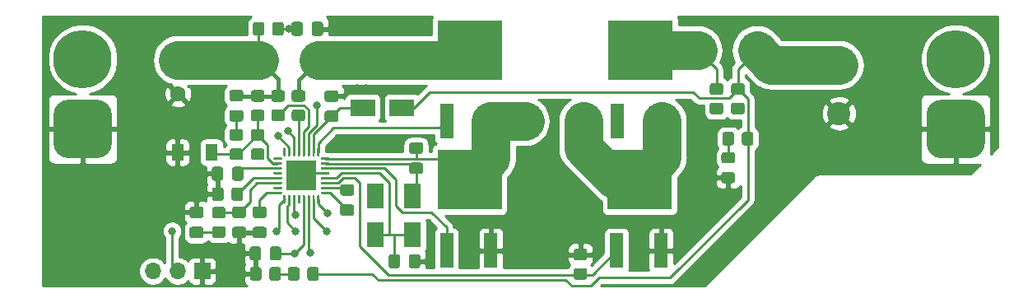
<source format=gbr>
%TF.GenerationSoftware,KiCad,Pcbnew,5.1.10*%
%TF.CreationDate,2021-11-10T11:11:15+01:00*%
%TF.ProjectId,Buck-Boost_12V,4275636b-2d42-46f6-9f73-745f3132562e,rev?*%
%TF.SameCoordinates,Original*%
%TF.FileFunction,Copper,L1,Top*%
%TF.FilePolarity,Positive*%
%FSLAX46Y46*%
G04 Gerber Fmt 4.6, Leading zero omitted, Abs format (unit mm)*
G04 Created by KiCad (PCBNEW 5.1.10) date 2021-11-10 11:11:15*
%MOMM*%
%LPD*%
G01*
G04 APERTURE LIST*
%TA.AperFunction,ComponentPad*%
%ADD10C,0.500000*%
%TD*%
%TA.AperFunction,SMDPad,CuDef*%
%ADD11R,3.100000X3.100000*%
%TD*%
%TA.AperFunction,SMDPad,CuDef*%
%ADD12R,1.397000X3.599180*%
%TD*%
%TA.AperFunction,ComponentPad*%
%ADD13C,1.000000*%
%TD*%
%TA.AperFunction,SMDPad,CuDef*%
%ADD14R,6.598920X6.197600*%
%TD*%
%TA.AperFunction,ComponentPad*%
%ADD15O,1.700000X1.700000*%
%TD*%
%TA.AperFunction,ComponentPad*%
%ADD16R,1.700000X1.700000*%
%TD*%
%TA.AperFunction,ComponentPad*%
%ADD17C,6.000000*%
%TD*%
%TA.AperFunction,SMDPad,CuDef*%
%ADD18R,2.500000X1.800000*%
%TD*%
%TA.AperFunction,SMDPad,CuDef*%
%ADD19R,1.800000X2.500000*%
%TD*%
%TA.AperFunction,SMDPad,CuDef*%
%ADD20R,1.300000X1.700000*%
%TD*%
%TA.AperFunction,ComponentPad*%
%ADD21C,2.400000*%
%TD*%
%TA.AperFunction,ComponentPad*%
%ADD22R,2.400000X2.400000*%
%TD*%
%TA.AperFunction,ComponentPad*%
%ADD23C,1.600000*%
%TD*%
%TA.AperFunction,ComponentPad*%
%ADD24R,1.600000X1.600000*%
%TD*%
%TA.AperFunction,ViaPad*%
%ADD25C,0.800000*%
%TD*%
%TA.AperFunction,Conductor*%
%ADD26C,0.250000*%
%TD*%
%TA.AperFunction,Conductor*%
%ADD27C,4.000000*%
%TD*%
%TA.AperFunction,Conductor*%
%ADD28C,0.400000*%
%TD*%
%TA.AperFunction,Conductor*%
%ADD29C,0.254000*%
%TD*%
%TA.AperFunction,Conductor*%
%ADD30C,0.100000*%
%TD*%
G04 APERTURE END LIST*
%TO.P,C5,2*%
%TO.N,GND*%
%TA.AperFunction,SMDPad,CuDef*%
G36*
G01*
X116325000Y-78750000D02*
X117275000Y-78750000D01*
G75*
G02*
X117525000Y-79000000I0J-250000D01*
G01*
X117525000Y-79675000D01*
G75*
G02*
X117275000Y-79925000I-250000J0D01*
G01*
X116325000Y-79925000D01*
G75*
G02*
X116075000Y-79675000I0J250000D01*
G01*
X116075000Y-79000000D01*
G75*
G02*
X116325000Y-78750000I250000J0D01*
G01*
G37*
%TD.AperFunction*%
%TO.P,C5,1*%
%TO.N,Net-(C5-Pad1)*%
%TA.AperFunction,SMDPad,CuDef*%
G36*
G01*
X116325000Y-76675000D02*
X117275000Y-76675000D01*
G75*
G02*
X117525000Y-76925000I0J-250000D01*
G01*
X117525000Y-77600000D01*
G75*
G02*
X117275000Y-77850000I-250000J0D01*
G01*
X116325000Y-77850000D01*
G75*
G02*
X116075000Y-77600000I0J250000D01*
G01*
X116075000Y-76925000D01*
G75*
G02*
X116325000Y-76675000I250000J0D01*
G01*
G37*
%TD.AperFunction*%
%TD*%
D10*
%TO.P,U1,33*%
%TO.N,GND*%
X122100000Y-74500000D03*
X121100000Y-74500000D03*
X120100000Y-74500000D03*
X122100000Y-73500000D03*
X121100000Y-73500000D03*
X120100000Y-73500000D03*
X122100000Y-72500000D03*
X121100000Y-72500000D03*
X120100000Y-72500000D03*
D11*
X121100000Y-73500000D03*
%TO.P,U1,32*%
%TO.N,N/C*%
%TA.AperFunction,SMDPad,CuDef*%
G36*
G01*
X119225000Y-71437500D02*
X119225000Y-70687500D01*
G75*
G02*
X119287500Y-70625000I62500J0D01*
G01*
X119412500Y-70625000D01*
G75*
G02*
X119475000Y-70687500I0J-62500D01*
G01*
X119475000Y-71437500D01*
G75*
G02*
X119412500Y-71500000I-62500J0D01*
G01*
X119287500Y-71500000D01*
G75*
G02*
X119225000Y-71437500I0J62500D01*
G01*
G37*
%TD.AperFunction*%
%TO.P,U1,31*%
%TO.N,Net-(C10-Pad2)*%
%TA.AperFunction,SMDPad,CuDef*%
G36*
G01*
X119725000Y-71437500D02*
X119725000Y-70687500D01*
G75*
G02*
X119787500Y-70625000I62500J0D01*
G01*
X119912500Y-70625000D01*
G75*
G02*
X119975000Y-70687500I0J-62500D01*
G01*
X119975000Y-71437500D01*
G75*
G02*
X119912500Y-71500000I-62500J0D01*
G01*
X119787500Y-71500000D01*
G75*
G02*
X119725000Y-71437500I0J62500D01*
G01*
G37*
%TD.AperFunction*%
%TO.P,U1,30*%
%TO.N,/EN*%
%TA.AperFunction,SMDPad,CuDef*%
G36*
G01*
X120225000Y-71437500D02*
X120225000Y-70687500D01*
G75*
G02*
X120287500Y-70625000I62500J0D01*
G01*
X120412500Y-70625000D01*
G75*
G02*
X120475000Y-70687500I0J-62500D01*
G01*
X120475000Y-71437500D01*
G75*
G02*
X120412500Y-71500000I-62500J0D01*
G01*
X120287500Y-71500000D01*
G75*
G02*
X120225000Y-71437500I0J62500D01*
G01*
G37*
%TD.AperFunction*%
%TO.P,U1,29*%
%TO.N,Net-(C12-Pad2)*%
%TA.AperFunction,SMDPad,CuDef*%
G36*
G01*
X120725000Y-71437500D02*
X120725000Y-70687500D01*
G75*
G02*
X120787500Y-70625000I62500J0D01*
G01*
X120912500Y-70625000D01*
G75*
G02*
X120975000Y-70687500I0J-62500D01*
G01*
X120975000Y-71437500D01*
G75*
G02*
X120912500Y-71500000I-62500J0D01*
G01*
X120787500Y-71500000D01*
G75*
G02*
X120725000Y-71437500I0J62500D01*
G01*
G37*
%TD.AperFunction*%
%TO.P,U1,28*%
%TO.N,Net-(C16-Pad2)*%
%TA.AperFunction,SMDPad,CuDef*%
G36*
G01*
X121225000Y-71437500D02*
X121225000Y-70687500D01*
G75*
G02*
X121287500Y-70625000I62500J0D01*
G01*
X121412500Y-70625000D01*
G75*
G02*
X121475000Y-70687500I0J-62500D01*
G01*
X121475000Y-71437500D01*
G75*
G02*
X121412500Y-71500000I-62500J0D01*
G01*
X121287500Y-71500000D01*
G75*
G02*
X121225000Y-71437500I0J62500D01*
G01*
G37*
%TD.AperFunction*%
%TO.P,U1,27*%
%TO.N,Net-(C20-Pad2)*%
%TA.AperFunction,SMDPad,CuDef*%
G36*
G01*
X121725000Y-71437500D02*
X121725000Y-70687500D01*
G75*
G02*
X121787500Y-70625000I62500J0D01*
G01*
X121912500Y-70625000D01*
G75*
G02*
X121975000Y-70687500I0J-62500D01*
G01*
X121975000Y-71437500D01*
G75*
G02*
X121912500Y-71500000I-62500J0D01*
G01*
X121787500Y-71500000D01*
G75*
G02*
X121725000Y-71437500I0J62500D01*
G01*
G37*
%TD.AperFunction*%
%TO.P,U1,26*%
%TO.N,Net-(C21-Pad1)*%
%TA.AperFunction,SMDPad,CuDef*%
G36*
G01*
X122225000Y-71437500D02*
X122225000Y-70687500D01*
G75*
G02*
X122287500Y-70625000I62500J0D01*
G01*
X122412500Y-70625000D01*
G75*
G02*
X122475000Y-70687500I0J-62500D01*
G01*
X122475000Y-71437500D01*
G75*
G02*
X122412500Y-71500000I-62500J0D01*
G01*
X122287500Y-71500000D01*
G75*
G02*
X122225000Y-71437500I0J62500D01*
G01*
G37*
%TD.AperFunction*%
%TO.P,U1,25*%
%TO.N,Net-(Q1-Pad1)*%
%TA.AperFunction,SMDPad,CuDef*%
G36*
G01*
X122725000Y-71437500D02*
X122725000Y-70687500D01*
G75*
G02*
X122787500Y-70625000I62500J0D01*
G01*
X122912500Y-70625000D01*
G75*
G02*
X122975000Y-70687500I0J-62500D01*
G01*
X122975000Y-71437500D01*
G75*
G02*
X122912500Y-71500000I-62500J0D01*
G01*
X122787500Y-71500000D01*
G75*
G02*
X122725000Y-71437500I0J62500D01*
G01*
G37*
%TD.AperFunction*%
%TO.P,U1,24*%
%TO.N,Net-(C17-Pad2)*%
%TA.AperFunction,SMDPad,CuDef*%
G36*
G01*
X123100000Y-71812500D02*
X123100000Y-71687500D01*
G75*
G02*
X123162500Y-71625000I62500J0D01*
G01*
X123912500Y-71625000D01*
G75*
G02*
X123975000Y-71687500I0J-62500D01*
G01*
X123975000Y-71812500D01*
G75*
G02*
X123912500Y-71875000I-62500J0D01*
G01*
X123162500Y-71875000D01*
G75*
G02*
X123100000Y-71812500I0J62500D01*
G01*
G37*
%TD.AperFunction*%
%TO.P,U1,23*%
%TO.N,Net-(C17-Pad1)*%
%TA.AperFunction,SMDPad,CuDef*%
G36*
G01*
X123100000Y-72312500D02*
X123100000Y-72187500D01*
G75*
G02*
X123162500Y-72125000I62500J0D01*
G01*
X123912500Y-72125000D01*
G75*
G02*
X123975000Y-72187500I0J-62500D01*
G01*
X123975000Y-72312500D01*
G75*
G02*
X123912500Y-72375000I-62500J0D01*
G01*
X123162500Y-72375000D01*
G75*
G02*
X123100000Y-72312500I0J62500D01*
G01*
G37*
%TD.AperFunction*%
%TO.P,U1,22*%
%TO.N,Net-(Q2-Pad1)*%
%TA.AperFunction,SMDPad,CuDef*%
G36*
G01*
X123100000Y-72812500D02*
X123100000Y-72687500D01*
G75*
G02*
X123162500Y-72625000I62500J0D01*
G01*
X123912500Y-72625000D01*
G75*
G02*
X123975000Y-72687500I0J-62500D01*
G01*
X123975000Y-72812500D01*
G75*
G02*
X123912500Y-72875000I-62500J0D01*
G01*
X123162500Y-72875000D01*
G75*
G02*
X123100000Y-72812500I0J62500D01*
G01*
G37*
%TD.AperFunction*%
%TO.P,U1,21*%
%TO.N,GND*%
%TA.AperFunction,SMDPad,CuDef*%
G36*
G01*
X123100000Y-73312500D02*
X123100000Y-73187500D01*
G75*
G02*
X123162500Y-73125000I62500J0D01*
G01*
X123912500Y-73125000D01*
G75*
G02*
X123975000Y-73187500I0J-62500D01*
G01*
X123975000Y-73312500D01*
G75*
G02*
X123912500Y-73375000I-62500J0D01*
G01*
X123162500Y-73375000D01*
G75*
G02*
X123100000Y-73312500I0J62500D01*
G01*
G37*
%TD.AperFunction*%
%TO.P,U1,20*%
%TO.N,Net-(C18-Pad2)*%
%TA.AperFunction,SMDPad,CuDef*%
G36*
G01*
X123100000Y-73812500D02*
X123100000Y-73687500D01*
G75*
G02*
X123162500Y-73625000I62500J0D01*
G01*
X123912500Y-73625000D01*
G75*
G02*
X123975000Y-73687500I0J-62500D01*
G01*
X123975000Y-73812500D01*
G75*
G02*
X123912500Y-73875000I-62500J0D01*
G01*
X123162500Y-73875000D01*
G75*
G02*
X123100000Y-73812500I0J62500D01*
G01*
G37*
%TD.AperFunction*%
%TO.P,U1,19*%
%TO.N,Net-(Q4-Pad1)*%
%TA.AperFunction,SMDPad,CuDef*%
G36*
G01*
X123100000Y-74312500D02*
X123100000Y-74187500D01*
G75*
G02*
X123162500Y-74125000I62500J0D01*
G01*
X123912500Y-74125000D01*
G75*
G02*
X123975000Y-74187500I0J-62500D01*
G01*
X123975000Y-74312500D01*
G75*
G02*
X123912500Y-74375000I-62500J0D01*
G01*
X123162500Y-74375000D01*
G75*
G02*
X123100000Y-74312500I0J62500D01*
G01*
G37*
%TD.AperFunction*%
%TO.P,U1,18*%
%TO.N,Net-(C19-Pad1)*%
%TA.AperFunction,SMDPad,CuDef*%
G36*
G01*
X123100000Y-74812500D02*
X123100000Y-74687500D01*
G75*
G02*
X123162500Y-74625000I62500J0D01*
G01*
X123912500Y-74625000D01*
G75*
G02*
X123975000Y-74687500I0J-62500D01*
G01*
X123975000Y-74812500D01*
G75*
G02*
X123912500Y-74875000I-62500J0D01*
G01*
X123162500Y-74875000D01*
G75*
G02*
X123100000Y-74812500I0J62500D01*
G01*
G37*
%TD.AperFunction*%
%TO.P,U1,17*%
%TO.N,Net-(C19-Pad2)*%
%TA.AperFunction,SMDPad,CuDef*%
G36*
G01*
X123100000Y-75312500D02*
X123100000Y-75187500D01*
G75*
G02*
X123162500Y-75125000I62500J0D01*
G01*
X123912500Y-75125000D01*
G75*
G02*
X123975000Y-75187500I0J-62500D01*
G01*
X123975000Y-75312500D01*
G75*
G02*
X123912500Y-75375000I-62500J0D01*
G01*
X123162500Y-75375000D01*
G75*
G02*
X123100000Y-75312500I0J62500D01*
G01*
G37*
%TD.AperFunction*%
%TO.P,U1,16*%
%TO.N,Net-(Q3-Pad1)*%
%TA.AperFunction,SMDPad,CuDef*%
G36*
G01*
X122725000Y-76312500D02*
X122725000Y-75562500D01*
G75*
G02*
X122787500Y-75500000I62500J0D01*
G01*
X122912500Y-75500000D01*
G75*
G02*
X122975000Y-75562500I0J-62500D01*
G01*
X122975000Y-76312500D01*
G75*
G02*
X122912500Y-76375000I-62500J0D01*
G01*
X122787500Y-76375000D01*
G75*
G02*
X122725000Y-76312500I0J62500D01*
G01*
G37*
%TD.AperFunction*%
%TO.P,U1,15*%
%TO.N,/PGOOD*%
%TA.AperFunction,SMDPad,CuDef*%
G36*
G01*
X122225000Y-76312500D02*
X122225000Y-75562500D01*
G75*
G02*
X122287500Y-75500000I62500J0D01*
G01*
X122412500Y-75500000D01*
G75*
G02*
X122475000Y-75562500I0J-62500D01*
G01*
X122475000Y-76312500D01*
G75*
G02*
X122412500Y-76375000I-62500J0D01*
G01*
X122287500Y-76375000D01*
G75*
G02*
X122225000Y-76312500I0J62500D01*
G01*
G37*
%TD.AperFunction*%
%TO.P,U1,14*%
%TO.N,Net-(C14-Pad1)*%
%TA.AperFunction,SMDPad,CuDef*%
G36*
G01*
X121725000Y-76312500D02*
X121725000Y-75562500D01*
G75*
G02*
X121787500Y-75500000I62500J0D01*
G01*
X121912500Y-75500000D01*
G75*
G02*
X121975000Y-75562500I0J-62500D01*
G01*
X121975000Y-76312500D01*
G75*
G02*
X121912500Y-76375000I-62500J0D01*
G01*
X121787500Y-76375000D01*
G75*
G02*
X121725000Y-76312500I0J62500D01*
G01*
G37*
%TD.AperFunction*%
%TO.P,U1,13*%
%TO.N,Net-(C15-Pad1)*%
%TA.AperFunction,SMDPad,CuDef*%
G36*
G01*
X121225000Y-76312500D02*
X121225000Y-75562500D01*
G75*
G02*
X121287500Y-75500000I62500J0D01*
G01*
X121412500Y-75500000D01*
G75*
G02*
X121475000Y-75562500I0J-62500D01*
G01*
X121475000Y-76312500D01*
G75*
G02*
X121412500Y-76375000I-62500J0D01*
G01*
X121287500Y-76375000D01*
G75*
G02*
X121225000Y-76312500I0J62500D01*
G01*
G37*
%TD.AperFunction*%
%TO.P,U1,12*%
%TO.N,Net-(U1-Pad12)*%
%TA.AperFunction,SMDPad,CuDef*%
G36*
G01*
X120725000Y-76312500D02*
X120725000Y-75562500D01*
G75*
G02*
X120787500Y-75500000I62500J0D01*
G01*
X120912500Y-75500000D01*
G75*
G02*
X120975000Y-75562500I0J-62500D01*
G01*
X120975000Y-76312500D01*
G75*
G02*
X120912500Y-76375000I-62500J0D01*
G01*
X120787500Y-76375000D01*
G75*
G02*
X120725000Y-76312500I0J62500D01*
G01*
G37*
%TD.AperFunction*%
%TO.P,U1,11*%
%TO.N,Net-(C13-Pad1)*%
%TA.AperFunction,SMDPad,CuDef*%
G36*
G01*
X120225000Y-76312500D02*
X120225000Y-75562500D01*
G75*
G02*
X120287500Y-75500000I62500J0D01*
G01*
X120412500Y-75500000D01*
G75*
G02*
X120475000Y-75562500I0J-62500D01*
G01*
X120475000Y-76312500D01*
G75*
G02*
X120412500Y-76375000I-62500J0D01*
G01*
X120287500Y-76375000D01*
G75*
G02*
X120225000Y-76312500I0J62500D01*
G01*
G37*
%TD.AperFunction*%
%TO.P,U1,10*%
%TO.N,Net-(R15-Pad1)*%
%TA.AperFunction,SMDPad,CuDef*%
G36*
G01*
X119725000Y-76312500D02*
X119725000Y-75562500D01*
G75*
G02*
X119787500Y-75500000I62500J0D01*
G01*
X119912500Y-75500000D01*
G75*
G02*
X119975000Y-75562500I0J-62500D01*
G01*
X119975000Y-76312500D01*
G75*
G02*
X119912500Y-76375000I-62500J0D01*
G01*
X119787500Y-76375000D01*
G75*
G02*
X119725000Y-76312500I0J62500D01*
G01*
G37*
%TD.AperFunction*%
%TO.P,U1,9*%
%TO.N,Net-(C7-Pad1)*%
%TA.AperFunction,SMDPad,CuDef*%
G36*
G01*
X119225000Y-76312500D02*
X119225000Y-75562500D01*
G75*
G02*
X119287500Y-75500000I62500J0D01*
G01*
X119412500Y-75500000D01*
G75*
G02*
X119475000Y-75562500I0J-62500D01*
G01*
X119475000Y-76312500D01*
G75*
G02*
X119412500Y-76375000I-62500J0D01*
G01*
X119287500Y-76375000D01*
G75*
G02*
X119225000Y-76312500I0J62500D01*
G01*
G37*
%TD.AperFunction*%
%TO.P,U1,8*%
%TO.N,Net-(C5-Pad1)*%
%TA.AperFunction,SMDPad,CuDef*%
G36*
G01*
X118225000Y-75312500D02*
X118225000Y-75187500D01*
G75*
G02*
X118287500Y-75125000I62500J0D01*
G01*
X119037500Y-75125000D01*
G75*
G02*
X119100000Y-75187500I0J-62500D01*
G01*
X119100000Y-75312500D01*
G75*
G02*
X119037500Y-75375000I-62500J0D01*
G01*
X118287500Y-75375000D01*
G75*
G02*
X118225000Y-75312500I0J62500D01*
G01*
G37*
%TD.AperFunction*%
%TO.P,U1,7*%
%TO.N,Net-(U1-Pad7)*%
%TA.AperFunction,SMDPad,CuDef*%
G36*
G01*
X118225000Y-74812500D02*
X118225000Y-74687500D01*
G75*
G02*
X118287500Y-74625000I62500J0D01*
G01*
X119037500Y-74625000D01*
G75*
G02*
X119100000Y-74687500I0J-62500D01*
G01*
X119100000Y-74812500D01*
G75*
G02*
X119037500Y-74875000I-62500J0D01*
G01*
X118287500Y-74875000D01*
G75*
G02*
X118225000Y-74812500I0J62500D01*
G01*
G37*
%TD.AperFunction*%
%TO.P,U1,6*%
%TO.N,Net-(C4-Pad1)*%
%TA.AperFunction,SMDPad,CuDef*%
G36*
G01*
X118225000Y-74312500D02*
X118225000Y-74187500D01*
G75*
G02*
X118287500Y-74125000I62500J0D01*
G01*
X119037500Y-74125000D01*
G75*
G02*
X119100000Y-74187500I0J-62500D01*
G01*
X119100000Y-74312500D01*
G75*
G02*
X119037500Y-74375000I-62500J0D01*
G01*
X118287500Y-74375000D01*
G75*
G02*
X118225000Y-74312500I0J62500D01*
G01*
G37*
%TD.AperFunction*%
%TO.P,U1,5*%
%TO.N,Net-(R4-Pad2)*%
%TA.AperFunction,SMDPad,CuDef*%
G36*
G01*
X118225000Y-73812500D02*
X118225000Y-73687500D01*
G75*
G02*
X118287500Y-73625000I62500J0D01*
G01*
X119037500Y-73625000D01*
G75*
G02*
X119100000Y-73687500I0J-62500D01*
G01*
X119100000Y-73812500D01*
G75*
G02*
X119037500Y-73875000I-62500J0D01*
G01*
X118287500Y-73875000D01*
G75*
G02*
X118225000Y-73812500I0J62500D01*
G01*
G37*
%TD.AperFunction*%
%TO.P,U1,4*%
%TO.N,N/C*%
%TA.AperFunction,SMDPad,CuDef*%
G36*
G01*
X118225000Y-73312500D02*
X118225000Y-73187500D01*
G75*
G02*
X118287500Y-73125000I62500J0D01*
G01*
X119037500Y-73125000D01*
G75*
G02*
X119100000Y-73187500I0J-62500D01*
G01*
X119100000Y-73312500D01*
G75*
G02*
X119037500Y-73375000I-62500J0D01*
G01*
X118287500Y-73375000D01*
G75*
G02*
X118225000Y-73312500I0J62500D01*
G01*
G37*
%TD.AperFunction*%
%TO.P,U1,3*%
%TO.N,Net-(C6-Pad1)*%
%TA.AperFunction,SMDPad,CuDef*%
G36*
G01*
X118225000Y-72812500D02*
X118225000Y-72687500D01*
G75*
G02*
X118287500Y-72625000I62500J0D01*
G01*
X119037500Y-72625000D01*
G75*
G02*
X119100000Y-72687500I0J-62500D01*
G01*
X119100000Y-72812500D01*
G75*
G02*
X119037500Y-72875000I-62500J0D01*
G01*
X118287500Y-72875000D01*
G75*
G02*
X118225000Y-72812500I0J62500D01*
G01*
G37*
%TD.AperFunction*%
%TO.P,U1,2*%
%TO.N,Net-(D1-Pad1)*%
%TA.AperFunction,SMDPad,CuDef*%
G36*
G01*
X118225000Y-72312500D02*
X118225000Y-72187500D01*
G75*
G02*
X118287500Y-72125000I62500J0D01*
G01*
X119037500Y-72125000D01*
G75*
G02*
X119100000Y-72187500I0J-62500D01*
G01*
X119100000Y-72312500D01*
G75*
G02*
X119037500Y-72375000I-62500J0D01*
G01*
X118287500Y-72375000D01*
G75*
G02*
X118225000Y-72312500I0J62500D01*
G01*
G37*
%TD.AperFunction*%
%TO.P,U1,1*%
%TO.N,N/C*%
%TA.AperFunction,SMDPad,CuDef*%
G36*
G01*
X118225000Y-71812500D02*
X118225000Y-71687500D01*
G75*
G02*
X118287500Y-71625000I62500J0D01*
G01*
X119037500Y-71625000D01*
G75*
G02*
X119100000Y-71687500I0J-62500D01*
G01*
X119100000Y-71812500D01*
G75*
G02*
X119037500Y-71875000I-62500J0D01*
G01*
X118287500Y-71875000D01*
G75*
G02*
X118225000Y-71812500I0J62500D01*
G01*
G37*
%TD.AperFunction*%
%TD*%
%TO.P,R21,2*%
%TO.N,Net-(D5-Pad2)*%
%TA.AperFunction,SMDPad,CuDef*%
G36*
G01*
X165600000Y-69249999D02*
X165600000Y-70150001D01*
G75*
G02*
X165350001Y-70400000I-249999J0D01*
G01*
X164649999Y-70400000D01*
G75*
G02*
X164400000Y-70150001I0J249999D01*
G01*
X164400000Y-69249999D01*
G75*
G02*
X164649999Y-69000000I249999J0D01*
G01*
X165350001Y-69000000D01*
G75*
G02*
X165600000Y-69249999I0J-249999D01*
G01*
G37*
%TD.AperFunction*%
%TO.P,R21,1*%
%TO.N,/VOUT*%
%TA.AperFunction,SMDPad,CuDef*%
G36*
G01*
X167600000Y-69249999D02*
X167600000Y-70150001D01*
G75*
G02*
X167350001Y-70400000I-249999J0D01*
G01*
X166649999Y-70400000D01*
G75*
G02*
X166400000Y-70150001I0J249999D01*
G01*
X166400000Y-69249999D01*
G75*
G02*
X166649999Y-69000000I249999J0D01*
G01*
X167350001Y-69000000D01*
G75*
G02*
X167600000Y-69249999I0J-249999D01*
G01*
G37*
%TD.AperFunction*%
%TD*%
%TO.P,R20,2*%
%TO.N,Net-(Q3-Pad2)*%
%TA.AperFunction,SMDPad,CuDef*%
G36*
G01*
X162550000Y-59174999D02*
X162550000Y-62025001D01*
G75*
G02*
X162300001Y-62275000I-249999J0D01*
G01*
X161399999Y-62275000D01*
G75*
G02*
X161150000Y-62025001I0J249999D01*
G01*
X161150000Y-59174999D01*
G75*
G02*
X161399999Y-58925000I249999J0D01*
G01*
X162300001Y-58925000D01*
G75*
G02*
X162550000Y-59174999I0J-249999D01*
G01*
G37*
%TD.AperFunction*%
%TO.P,R20,1*%
%TO.N,/VOUT*%
%TA.AperFunction,SMDPad,CuDef*%
G36*
G01*
X168650000Y-59174999D02*
X168650000Y-62025001D01*
G75*
G02*
X168400001Y-62275000I-249999J0D01*
G01*
X167499999Y-62275000D01*
G75*
G02*
X167250000Y-62025001I0J249999D01*
G01*
X167250000Y-59174999D01*
G75*
G02*
X167499999Y-58925000I249999J0D01*
G01*
X168400001Y-58925000D01*
G75*
G02*
X168650000Y-59174999I0J-249999D01*
G01*
G37*
%TD.AperFunction*%
%TD*%
%TO.P,R19,2*%
%TO.N,GND*%
%TA.AperFunction,SMDPad,CuDef*%
G36*
G01*
X150250001Y-82200000D02*
X149349999Y-82200000D01*
G75*
G02*
X149100000Y-81950001I0J249999D01*
G01*
X149100000Y-81249999D01*
G75*
G02*
X149349999Y-81000000I249999J0D01*
G01*
X150250001Y-81000000D01*
G75*
G02*
X150500000Y-81249999I0J-249999D01*
G01*
X150500000Y-81950001D01*
G75*
G02*
X150250001Y-82200000I-249999J0D01*
G01*
G37*
%TD.AperFunction*%
%TO.P,R19,1*%
%TO.N,Net-(Q4-Pad1)*%
%TA.AperFunction,SMDPad,CuDef*%
G36*
G01*
X150250001Y-84200000D02*
X149349999Y-84200000D01*
G75*
G02*
X149100000Y-83950001I0J249999D01*
G01*
X149100000Y-83249999D01*
G75*
G02*
X149349999Y-83000000I249999J0D01*
G01*
X150250001Y-83000000D01*
G75*
G02*
X150500000Y-83249999I0J-249999D01*
G01*
X150500000Y-83950001D01*
G75*
G02*
X150250001Y-84200000I-249999J0D01*
G01*
G37*
%TD.AperFunction*%
%TD*%
%TO.P,R18,2*%
%TO.N,Net-(R15-Pad1)*%
%TA.AperFunction,SMDPad,CuDef*%
G36*
G01*
X120900000Y-83149999D02*
X120900000Y-84050001D01*
G75*
G02*
X120650001Y-84300000I-249999J0D01*
G01*
X119949999Y-84300000D01*
G75*
G02*
X119700000Y-84050001I0J249999D01*
G01*
X119700000Y-83149999D01*
G75*
G02*
X119949999Y-82900000I249999J0D01*
G01*
X120650001Y-82900000D01*
G75*
G02*
X120900000Y-83149999I0J-249999D01*
G01*
G37*
%TD.AperFunction*%
%TO.P,R18,1*%
%TO.N,/VOUT*%
%TA.AperFunction,SMDPad,CuDef*%
G36*
G01*
X122900000Y-83149999D02*
X122900000Y-84050001D01*
G75*
G02*
X122650001Y-84300000I-249999J0D01*
G01*
X121949999Y-84300000D01*
G75*
G02*
X121700000Y-84050001I0J249999D01*
G01*
X121700000Y-83149999D01*
G75*
G02*
X121949999Y-82900000I249999J0D01*
G01*
X122650001Y-82900000D01*
G75*
G02*
X122900000Y-83149999I0J-249999D01*
G01*
G37*
%TD.AperFunction*%
%TD*%
%TO.P,R17,2*%
%TO.N,/VOUT*%
%TA.AperFunction,SMDPad,CuDef*%
G36*
G01*
X166450001Y-65200000D02*
X165549999Y-65200000D01*
G75*
G02*
X165300000Y-64950001I0J249999D01*
G01*
X165300000Y-64249999D01*
G75*
G02*
X165549999Y-64000000I249999J0D01*
G01*
X166450001Y-64000000D01*
G75*
G02*
X166700000Y-64249999I0J-249999D01*
G01*
X166700000Y-64950001D01*
G75*
G02*
X166450001Y-65200000I-249999J0D01*
G01*
G37*
%TD.AperFunction*%
%TO.P,R17,1*%
%TO.N,Net-(C15-Pad1)*%
%TA.AperFunction,SMDPad,CuDef*%
G36*
G01*
X166450001Y-67200000D02*
X165549999Y-67200000D01*
G75*
G02*
X165300000Y-66950001I0J249999D01*
G01*
X165300000Y-66249999D01*
G75*
G02*
X165549999Y-66000000I249999J0D01*
G01*
X166450001Y-66000000D01*
G75*
G02*
X166700000Y-66249999I0J-249999D01*
G01*
X166700000Y-66950001D01*
G75*
G02*
X166450001Y-67200000I-249999J0D01*
G01*
G37*
%TD.AperFunction*%
%TD*%
%TO.P,R16,2*%
%TO.N,/VIN*%
%TA.AperFunction,SMDPad,CuDef*%
G36*
G01*
X117450000Y-60174999D02*
X117450000Y-63025001D01*
G75*
G02*
X117200001Y-63275000I-249999J0D01*
G01*
X116299999Y-63275000D01*
G75*
G02*
X116050000Y-63025001I0J249999D01*
G01*
X116050000Y-60174999D01*
G75*
G02*
X116299999Y-59925000I249999J0D01*
G01*
X117200001Y-59925000D01*
G75*
G02*
X117450000Y-60174999I0J-249999D01*
G01*
G37*
%TD.AperFunction*%
%TO.P,R16,1*%
%TO.N,Net-(Q1-Pad2)*%
%TA.AperFunction,SMDPad,CuDef*%
G36*
G01*
X123550000Y-60174999D02*
X123550000Y-63025001D01*
G75*
G02*
X123300001Y-63275000I-249999J0D01*
G01*
X122399999Y-63275000D01*
G75*
G02*
X122150000Y-63025001I0J249999D01*
G01*
X122150000Y-60174999D01*
G75*
G02*
X122399999Y-59925000I249999J0D01*
G01*
X123300001Y-59925000D01*
G75*
G02*
X123550000Y-60174999I0J-249999D01*
G01*
G37*
%TD.AperFunction*%
%TD*%
%TO.P,R15,2*%
%TO.N,GND*%
%TA.AperFunction,SMDPad,CuDef*%
G36*
G01*
X117000000Y-83149999D02*
X117000000Y-84050001D01*
G75*
G02*
X116750001Y-84300000I-249999J0D01*
G01*
X116049999Y-84300000D01*
G75*
G02*
X115800000Y-84050001I0J249999D01*
G01*
X115800000Y-83149999D01*
G75*
G02*
X116049999Y-82900000I249999J0D01*
G01*
X116750001Y-82900000D01*
G75*
G02*
X117000000Y-83149999I0J-249999D01*
G01*
G37*
%TD.AperFunction*%
%TO.P,R15,1*%
%TO.N,Net-(R15-Pad1)*%
%TA.AperFunction,SMDPad,CuDef*%
G36*
G01*
X119000000Y-83149999D02*
X119000000Y-84050001D01*
G75*
G02*
X118750001Y-84300000I-249999J0D01*
G01*
X118049999Y-84300000D01*
G75*
G02*
X117800000Y-84050001I0J249999D01*
G01*
X117800000Y-83149999D01*
G75*
G02*
X118049999Y-82900000I249999J0D01*
G01*
X118750001Y-82900000D01*
G75*
G02*
X119000000Y-83149999I0J-249999D01*
G01*
G37*
%TD.AperFunction*%
%TD*%
%TO.P,R14,2*%
%TO.N,Net-(C20-Pad2)*%
%TA.AperFunction,SMDPad,CuDef*%
G36*
G01*
X118100000Y-58850001D02*
X118100000Y-57949999D01*
G75*
G02*
X118349999Y-57700000I249999J0D01*
G01*
X119050001Y-57700000D01*
G75*
G02*
X119300000Y-57949999I0J-249999D01*
G01*
X119300000Y-58850001D01*
G75*
G02*
X119050001Y-59100000I-249999J0D01*
G01*
X118349999Y-59100000D01*
G75*
G02*
X118100000Y-58850001I0J249999D01*
G01*
G37*
%TD.AperFunction*%
%TO.P,R14,1*%
%TO.N,/VIN*%
%TA.AperFunction,SMDPad,CuDef*%
G36*
G01*
X116100000Y-58850001D02*
X116100000Y-57949999D01*
G75*
G02*
X116349999Y-57700000I249999J0D01*
G01*
X117050001Y-57700000D01*
G75*
G02*
X117300000Y-57949999I0J-249999D01*
G01*
X117300000Y-58850001D01*
G75*
G02*
X117050001Y-59100000I-249999J0D01*
G01*
X116349999Y-59100000D01*
G75*
G02*
X116100000Y-58850001I0J249999D01*
G01*
G37*
%TD.AperFunction*%
%TD*%
%TO.P,R13,2*%
%TO.N,Net-(Q3-Pad2)*%
%TA.AperFunction,SMDPad,CuDef*%
G36*
G01*
X164250001Y-65200000D02*
X163349999Y-65200000D01*
G75*
G02*
X163100000Y-64950001I0J249999D01*
G01*
X163100000Y-64249999D01*
G75*
G02*
X163349999Y-64000000I249999J0D01*
G01*
X164250001Y-64000000D01*
G75*
G02*
X164500000Y-64249999I0J-249999D01*
G01*
X164500000Y-64950001D01*
G75*
G02*
X164250001Y-65200000I-249999J0D01*
G01*
G37*
%TD.AperFunction*%
%TO.P,R13,1*%
%TO.N,Net-(C14-Pad1)*%
%TA.AperFunction,SMDPad,CuDef*%
G36*
G01*
X164250001Y-67200000D02*
X163349999Y-67200000D01*
G75*
G02*
X163100000Y-66950001I0J249999D01*
G01*
X163100000Y-66249999D01*
G75*
G02*
X163349999Y-66000000I249999J0D01*
G01*
X164250001Y-66000000D01*
G75*
G02*
X164500000Y-66249999I0J-249999D01*
G01*
X164500000Y-66950001D01*
G75*
G02*
X164250001Y-67200000I-249999J0D01*
G01*
G37*
%TD.AperFunction*%
%TD*%
%TO.P,R12,2*%
%TO.N,Net-(C16-Pad2)*%
%TA.AperFunction,SMDPad,CuDef*%
G36*
G01*
X118249999Y-66700000D02*
X119150001Y-66700000D01*
G75*
G02*
X119400000Y-66949999I0J-249999D01*
G01*
X119400000Y-67650001D01*
G75*
G02*
X119150001Y-67900000I-249999J0D01*
G01*
X118249999Y-67900000D01*
G75*
G02*
X118000000Y-67650001I0J249999D01*
G01*
X118000000Y-66949999D01*
G75*
G02*
X118249999Y-66700000I249999J0D01*
G01*
G37*
%TD.AperFunction*%
%TO.P,R12,1*%
%TO.N,/VIN*%
%TA.AperFunction,SMDPad,CuDef*%
G36*
G01*
X118249999Y-64700000D02*
X119150001Y-64700000D01*
G75*
G02*
X119400000Y-64949999I0J-249999D01*
G01*
X119400000Y-65650001D01*
G75*
G02*
X119150001Y-65900000I-249999J0D01*
G01*
X118249999Y-65900000D01*
G75*
G02*
X118000000Y-65650001I0J249999D01*
G01*
X118000000Y-64949999D01*
G75*
G02*
X118249999Y-64700000I249999J0D01*
G01*
G37*
%TD.AperFunction*%
%TD*%
%TO.P,R11,2*%
%TO.N,Net-(C12-Pad2)*%
%TA.AperFunction,SMDPad,CuDef*%
G36*
G01*
X120349999Y-66700000D02*
X121250001Y-66700000D01*
G75*
G02*
X121500000Y-66949999I0J-249999D01*
G01*
X121500000Y-67650001D01*
G75*
G02*
X121250001Y-67900000I-249999J0D01*
G01*
X120349999Y-67900000D01*
G75*
G02*
X120100000Y-67650001I0J249999D01*
G01*
X120100000Y-66949999D01*
G75*
G02*
X120349999Y-66700000I249999J0D01*
G01*
G37*
%TD.AperFunction*%
%TO.P,R11,1*%
%TO.N,Net-(Q1-Pad2)*%
%TA.AperFunction,SMDPad,CuDef*%
G36*
G01*
X120349999Y-64700000D02*
X121250001Y-64700000D01*
G75*
G02*
X121500000Y-64949999I0J-249999D01*
G01*
X121500000Y-65650001D01*
G75*
G02*
X121250001Y-65900000I-249999J0D01*
G01*
X120349999Y-65900000D01*
G75*
G02*
X120100000Y-65650001I0J249999D01*
G01*
X120100000Y-64949999D01*
G75*
G02*
X120349999Y-64700000I249999J0D01*
G01*
G37*
%TD.AperFunction*%
%TD*%
%TO.P,R5,2*%
%TO.N,Net-(C4-Pad1)*%
%TA.AperFunction,SMDPad,CuDef*%
G36*
G01*
X113050001Y-77900000D02*
X112149999Y-77900000D01*
G75*
G02*
X111900000Y-77650001I0J249999D01*
G01*
X111900000Y-76949999D01*
G75*
G02*
X112149999Y-76700000I249999J0D01*
G01*
X113050001Y-76700000D01*
G75*
G02*
X113300000Y-76949999I0J-249999D01*
G01*
X113300000Y-77650001D01*
G75*
G02*
X113050001Y-77900000I-249999J0D01*
G01*
G37*
%TD.AperFunction*%
%TO.P,R5,1*%
%TO.N,Net-(C3-Pad1)*%
%TA.AperFunction,SMDPad,CuDef*%
G36*
G01*
X113050001Y-79900000D02*
X112149999Y-79900000D01*
G75*
G02*
X111900000Y-79650001I0J249999D01*
G01*
X111900000Y-78949999D01*
G75*
G02*
X112149999Y-78700000I249999J0D01*
G01*
X113050001Y-78700000D01*
G75*
G02*
X113300000Y-78949999I0J-249999D01*
G01*
X113300000Y-79650001D01*
G75*
G02*
X113050001Y-79900000I-249999J0D01*
G01*
G37*
%TD.AperFunction*%
%TD*%
%TO.P,R4,2*%
%TO.N,Net-(R4-Pad2)*%
%TA.AperFunction,SMDPad,CuDef*%
G36*
G01*
X113900000Y-75850001D02*
X113900000Y-74949999D01*
G75*
G02*
X114149999Y-74700000I249999J0D01*
G01*
X114850001Y-74700000D01*
G75*
G02*
X115100000Y-74949999I0J-249999D01*
G01*
X115100000Y-75850001D01*
G75*
G02*
X114850001Y-76100000I-249999J0D01*
G01*
X114149999Y-76100000D01*
G75*
G02*
X113900000Y-75850001I0J249999D01*
G01*
G37*
%TD.AperFunction*%
%TO.P,R4,1*%
%TO.N,GND*%
%TA.AperFunction,SMDPad,CuDef*%
G36*
G01*
X111900000Y-75850001D02*
X111900000Y-74949999D01*
G75*
G02*
X112149999Y-74700000I249999J0D01*
G01*
X112850001Y-74700000D01*
G75*
G02*
X113100000Y-74949999I0J-249999D01*
G01*
X113100000Y-75850001D01*
G75*
G02*
X112850001Y-76100000I-249999J0D01*
G01*
X112149999Y-76100000D01*
G75*
G02*
X111900000Y-75850001I0J249999D01*
G01*
G37*
%TD.AperFunction*%
%TD*%
%TO.P,R3,2*%
%TO.N,GND*%
%TA.AperFunction,SMDPad,CuDef*%
G36*
G01*
X116149999Y-70700000D02*
X117050001Y-70700000D01*
G75*
G02*
X117300000Y-70949999I0J-249999D01*
G01*
X117300000Y-71650001D01*
G75*
G02*
X117050001Y-71900000I-249999J0D01*
G01*
X116149999Y-71900000D01*
G75*
G02*
X115900000Y-71650001I0J249999D01*
G01*
X115900000Y-70949999D01*
G75*
G02*
X116149999Y-70700000I249999J0D01*
G01*
G37*
%TD.AperFunction*%
%TO.P,R3,1*%
%TO.N,Net-(D1-Pad1)*%
%TA.AperFunction,SMDPad,CuDef*%
G36*
G01*
X116149999Y-68700000D02*
X117050001Y-68700000D01*
G75*
G02*
X117300000Y-68949999I0J-249999D01*
G01*
X117300000Y-69650001D01*
G75*
G02*
X117050001Y-69900000I-249999J0D01*
G01*
X116149999Y-69900000D01*
G75*
G02*
X115900000Y-69650001I0J249999D01*
G01*
X115900000Y-68949999D01*
G75*
G02*
X116149999Y-68700000I249999J0D01*
G01*
G37*
%TD.AperFunction*%
%TD*%
%TO.P,R2,2*%
%TO.N,Net-(D1-Pad1)*%
%TA.AperFunction,SMDPad,CuDef*%
G36*
G01*
X116149999Y-66700000D02*
X117050001Y-66700000D01*
G75*
G02*
X117300000Y-66949999I0J-249999D01*
G01*
X117300000Y-67650001D01*
G75*
G02*
X117050001Y-67900000I-249999J0D01*
G01*
X116149999Y-67900000D01*
G75*
G02*
X115900000Y-67650001I0J249999D01*
G01*
X115900000Y-66949999D01*
G75*
G02*
X116149999Y-66700000I249999J0D01*
G01*
G37*
%TD.AperFunction*%
%TO.P,R2,1*%
%TO.N,/VIN*%
%TA.AperFunction,SMDPad,CuDef*%
G36*
G01*
X116149999Y-64700000D02*
X117050001Y-64700000D01*
G75*
G02*
X117300000Y-64949999I0J-249999D01*
G01*
X117300000Y-65650001D01*
G75*
G02*
X117050001Y-65900000I-249999J0D01*
G01*
X116149999Y-65900000D01*
G75*
G02*
X115900000Y-65650001I0J249999D01*
G01*
X115900000Y-64949999D01*
G75*
G02*
X116149999Y-64700000I249999J0D01*
G01*
G37*
%TD.AperFunction*%
%TD*%
%TO.P,R1,2*%
%TO.N,Net-(D1-Pad1)*%
%TA.AperFunction,SMDPad,CuDef*%
G36*
G01*
X113949999Y-70700000D02*
X114850001Y-70700000D01*
G75*
G02*
X115100000Y-70949999I0J-249999D01*
G01*
X115100000Y-71650001D01*
G75*
G02*
X114850001Y-71900000I-249999J0D01*
G01*
X113949999Y-71900000D01*
G75*
G02*
X113700000Y-71650001I0J249999D01*
G01*
X113700000Y-70949999D01*
G75*
G02*
X113949999Y-70700000I249999J0D01*
G01*
G37*
%TD.AperFunction*%
%TO.P,R1,1*%
%TO.N,Net-(C2-Pad2)*%
%TA.AperFunction,SMDPad,CuDef*%
G36*
G01*
X113949999Y-68700000D02*
X114850001Y-68700000D01*
G75*
G02*
X115100000Y-68949999I0J-249999D01*
G01*
X115100000Y-69650001D01*
G75*
G02*
X114850001Y-69900000I-249999J0D01*
G01*
X113949999Y-69900000D01*
G75*
G02*
X113700000Y-69650001I0J249999D01*
G01*
X113700000Y-68949999D01*
G75*
G02*
X113949999Y-68700000I249999J0D01*
G01*
G37*
%TD.AperFunction*%
%TD*%
D12*
%TO.P,Q4,3*%
%TO.N,GND*%
X158094560Y-81199960D03*
D13*
%TO.P,Q4,2*%
%TO.N,Net-(C19-Pad2)*%
X157170000Y-71360000D03*
X158440000Y-72630000D03*
X155900000Y-73900000D03*
D12*
%TO.P,Q4,1*%
%TO.N,Net-(Q4-Pad1)*%
X153527640Y-81199960D03*
D13*
%TO.P,Q4,2*%
%TO.N,Net-(C19-Pad2)*%
X155900000Y-76440000D03*
X154630000Y-76440000D03*
X155900000Y-71360000D03*
X157170000Y-76440000D03*
X157170000Y-75170000D03*
D14*
X155900000Y-73900000D03*
D13*
X157170000Y-73900000D03*
X158440000Y-76440000D03*
X154630000Y-75170000D03*
X154630000Y-73900000D03*
X154630000Y-72630000D03*
X157170000Y-72630000D03*
X158440000Y-73900000D03*
X158440000Y-75170000D03*
X158440000Y-71360000D03*
X153360000Y-75170000D03*
X153360000Y-76440000D03*
X155900000Y-75170000D03*
X154630000Y-71360000D03*
X153360000Y-71360000D03*
X153360000Y-72630000D03*
X153360000Y-73900000D03*
X155900000Y-72630000D03*
%TD*%
D12*
%TO.P,Q3,3*%
%TO.N,Net-(C19-Pad2)*%
X158194560Y-67899960D03*
D13*
%TO.P,Q3,2*%
%TO.N,Net-(Q3-Pad2)*%
X157270000Y-58060000D03*
X158540000Y-59330000D03*
X156000000Y-60600000D03*
D12*
%TO.P,Q3,1*%
%TO.N,Net-(Q3-Pad1)*%
X153627640Y-67899960D03*
D13*
%TO.P,Q3,2*%
%TO.N,Net-(Q3-Pad2)*%
X156000000Y-63140000D03*
X154730000Y-63140000D03*
X156000000Y-58060000D03*
X157270000Y-63140000D03*
X157270000Y-61870000D03*
D14*
X156000000Y-60600000D03*
D13*
X157270000Y-60600000D03*
X158540000Y-63140000D03*
X154730000Y-61870000D03*
X154730000Y-60600000D03*
X154730000Y-59330000D03*
X157270000Y-59330000D03*
X158540000Y-60600000D03*
X158540000Y-61870000D03*
X158540000Y-58060000D03*
X153460000Y-61870000D03*
X153460000Y-63140000D03*
X156000000Y-61870000D03*
X154730000Y-58060000D03*
X153460000Y-58060000D03*
X153460000Y-59330000D03*
X153460000Y-60600000D03*
X156000000Y-59330000D03*
%TD*%
D12*
%TO.P,Q2,3*%
%TO.N,GND*%
X140594560Y-81199960D03*
D13*
%TO.P,Q2,2*%
%TO.N,Net-(C17-Pad2)*%
X139670000Y-71360000D03*
X140940000Y-72630000D03*
X138400000Y-73900000D03*
D12*
%TO.P,Q2,1*%
%TO.N,Net-(Q2-Pad1)*%
X136027640Y-81199960D03*
D13*
%TO.P,Q2,2*%
%TO.N,Net-(C17-Pad2)*%
X138400000Y-76440000D03*
X137130000Y-76440000D03*
X138400000Y-71360000D03*
X139670000Y-76440000D03*
X139670000Y-75170000D03*
D14*
X138400000Y-73900000D03*
D13*
X139670000Y-73900000D03*
X140940000Y-76440000D03*
X137130000Y-75170000D03*
X137130000Y-73900000D03*
X137130000Y-72630000D03*
X139670000Y-72630000D03*
X140940000Y-73900000D03*
X140940000Y-75170000D03*
X140940000Y-71360000D03*
X135860000Y-75170000D03*
X135860000Y-76440000D03*
X138400000Y-75170000D03*
X137130000Y-71360000D03*
X135860000Y-71360000D03*
X135860000Y-72630000D03*
X135860000Y-73900000D03*
X138400000Y-72630000D03*
%TD*%
D12*
%TO.P,Q1,3*%
%TO.N,Net-(C17-Pad2)*%
X140594560Y-67899960D03*
D13*
%TO.P,Q1,2*%
%TO.N,Net-(Q1-Pad2)*%
X139670000Y-58060000D03*
X140940000Y-59330000D03*
X138400000Y-60600000D03*
D12*
%TO.P,Q1,1*%
%TO.N,Net-(Q1-Pad1)*%
X136027640Y-67899960D03*
D13*
%TO.P,Q1,2*%
%TO.N,Net-(Q1-Pad2)*%
X138400000Y-63140000D03*
X137130000Y-63140000D03*
X138400000Y-58060000D03*
X139670000Y-63140000D03*
X139670000Y-61870000D03*
D14*
X138400000Y-60600000D03*
D13*
X139670000Y-60600000D03*
X140940000Y-63140000D03*
X137130000Y-61870000D03*
X137130000Y-60600000D03*
X137130000Y-59330000D03*
X139670000Y-59330000D03*
X140940000Y-60600000D03*
X140940000Y-61870000D03*
X140940000Y-58060000D03*
X135860000Y-61870000D03*
X135860000Y-63140000D03*
X138400000Y-61870000D03*
X137130000Y-58060000D03*
X135860000Y-58060000D03*
X135860000Y-59330000D03*
X135860000Y-60600000D03*
X138400000Y-59330000D03*
%TD*%
%TO.P,L1,2*%
%TO.N,Net-(C19-Pad2)*%
%TA.AperFunction,SMDPad,CuDef*%
G36*
G01*
X148950000Y-69365000D02*
X148950000Y-66435000D01*
G75*
G02*
X149185000Y-66200000I235000J0D01*
G01*
X151065000Y-66200000D01*
G75*
G02*
X151300000Y-66435000I0J-235000D01*
G01*
X151300000Y-69365000D01*
G75*
G02*
X151065000Y-69600000I-235000J0D01*
G01*
X149185000Y-69600000D01*
G75*
G02*
X148950000Y-69365000I0J235000D01*
G01*
G37*
%TD.AperFunction*%
%TO.P,L1,1*%
%TO.N,Net-(C17-Pad2)*%
%TA.AperFunction,SMDPad,CuDef*%
G36*
G01*
X142900000Y-69365000D02*
X142900000Y-66435000D01*
G75*
G02*
X143135000Y-66200000I235000J0D01*
G01*
X145015000Y-66200000D01*
G75*
G02*
X145250000Y-66435000I0J-235000D01*
G01*
X145250000Y-69365000D01*
G75*
G02*
X145015000Y-69600000I-235000J0D01*
G01*
X143135000Y-69600000D01*
G75*
G02*
X142900000Y-69365000I0J235000D01*
G01*
G37*
%TD.AperFunction*%
%TD*%
D15*
%TO.P,J3,3*%
%TO.N,/PGOOD*%
X105820000Y-83300000D03*
%TO.P,J3,2*%
%TO.N,/EN*%
X108360000Y-83300000D03*
D16*
%TO.P,J3,1*%
%TO.N,GND*%
X110900000Y-83300000D03*
%TD*%
%TO.P,J2,1*%
%TO.N,GND*%
%TA.AperFunction,ComponentPad*%
G36*
G01*
X189900000Y-71700000D02*
X186900000Y-71700000D01*
G75*
G02*
X185400000Y-70200000I0J1500000D01*
G01*
X185400000Y-67200000D01*
G75*
G02*
X186900000Y-65700000I1500000J0D01*
G01*
X189900000Y-65700000D01*
G75*
G02*
X191400000Y-67200000I0J-1500000D01*
G01*
X191400000Y-70200000D01*
G75*
G02*
X189900000Y-71700000I-1500000J0D01*
G01*
G37*
%TD.AperFunction*%
D17*
%TO.P,J2,2*%
%TO.N,/VOUT*%
X188400000Y-61500000D03*
%TD*%
%TO.P,J1,1*%
%TO.N,GND*%
%TA.AperFunction,ComponentPad*%
G36*
G01*
X100100000Y-71700000D02*
X97100000Y-71700000D01*
G75*
G02*
X95600000Y-70200000I0J1500000D01*
G01*
X95600000Y-67200000D01*
G75*
G02*
X97100000Y-65700000I1500000J0D01*
G01*
X100100000Y-65700000D01*
G75*
G02*
X101600000Y-67200000I0J-1500000D01*
G01*
X101600000Y-70200000D01*
G75*
G02*
X100100000Y-71700000I-1500000J0D01*
G01*
G37*
%TD.AperFunction*%
%TO.P,J1,2*%
%TO.N,/VIN*%
X98600000Y-61500000D03*
%TD*%
%TO.P,D5,2*%
%TO.N,Net-(D5-Pad2)*%
%TA.AperFunction,SMDPad,CuDef*%
G36*
G01*
X165450001Y-72225000D02*
X164549999Y-72225000D01*
G75*
G02*
X164300000Y-71975001I0J249999D01*
G01*
X164300000Y-71324999D01*
G75*
G02*
X164549999Y-71075000I249999J0D01*
G01*
X165450001Y-71075000D01*
G75*
G02*
X165700000Y-71324999I0J-249999D01*
G01*
X165700000Y-71975001D01*
G75*
G02*
X165450001Y-72225000I-249999J0D01*
G01*
G37*
%TD.AperFunction*%
%TO.P,D5,1*%
%TO.N,GND*%
%TA.AperFunction,SMDPad,CuDef*%
G36*
G01*
X165450001Y-74275000D02*
X164549999Y-74275000D01*
G75*
G02*
X164300000Y-74025001I0J249999D01*
G01*
X164300000Y-73374999D01*
G75*
G02*
X164549999Y-73125000I249999J0D01*
G01*
X165450001Y-73125000D01*
G75*
G02*
X165700000Y-73374999I0J-249999D01*
G01*
X165700000Y-74025001D01*
G75*
G02*
X165450001Y-74275000I-249999J0D01*
G01*
G37*
%TD.AperFunction*%
%TD*%
D18*
%TO.P,D4,2*%
%TO.N,/VOUT*%
X131400000Y-66500000D03*
%TO.P,D4,1*%
%TO.N,Net-(C21-Pad1)*%
X127400000Y-66500000D03*
%TD*%
D19*
%TO.P,D3,2*%
%TO.N,Net-(C18-Pad2)*%
X128700000Y-79600000D03*
%TO.P,D3,1*%
%TO.N,Net-(C19-Pad1)*%
X128700000Y-75600000D03*
%TD*%
%TO.P,D2,2*%
%TO.N,Net-(C18-Pad2)*%
X132500000Y-79600000D03*
%TO.P,D2,1*%
%TO.N,Net-(C17-Pad1)*%
X132500000Y-75600000D03*
%TD*%
D20*
%TO.P,D1,2*%
%TO.N,GND*%
X108350000Y-71100000D03*
%TO.P,D1,1*%
%TO.N,Net-(D1-Pad1)*%
X111850000Y-71100000D03*
%TD*%
D21*
%TO.P,C22,2*%
%TO.N,GND*%
X176400000Y-67100000D03*
D22*
%TO.P,C22,1*%
%TO.N,/VOUT*%
X176400000Y-62100000D03*
%TD*%
%TO.P,C21,2*%
%TO.N,GND*%
%TA.AperFunction,SMDPad,CuDef*%
G36*
G01*
X124675000Y-65912500D02*
X123725000Y-65912500D01*
G75*
G02*
X123475000Y-65662500I0J250000D01*
G01*
X123475000Y-64987500D01*
G75*
G02*
X123725000Y-64737500I250000J0D01*
G01*
X124675000Y-64737500D01*
G75*
G02*
X124925000Y-64987500I0J-250000D01*
G01*
X124925000Y-65662500D01*
G75*
G02*
X124675000Y-65912500I-250000J0D01*
G01*
G37*
%TD.AperFunction*%
%TO.P,C21,1*%
%TO.N,Net-(C21-Pad1)*%
%TA.AperFunction,SMDPad,CuDef*%
G36*
G01*
X124675000Y-67987500D02*
X123725000Y-67987500D01*
G75*
G02*
X123475000Y-67737500I0J250000D01*
G01*
X123475000Y-67062500D01*
G75*
G02*
X123725000Y-66812500I250000J0D01*
G01*
X124675000Y-66812500D01*
G75*
G02*
X124925000Y-67062500I0J-250000D01*
G01*
X124925000Y-67737500D01*
G75*
G02*
X124675000Y-67987500I-250000J0D01*
G01*
G37*
%TD.AperFunction*%
%TD*%
%TO.P,C20,2*%
%TO.N,Net-(C20-Pad2)*%
%TA.AperFunction,SMDPad,CuDef*%
G36*
G01*
X121250000Y-57925000D02*
X121250000Y-58875000D01*
G75*
G02*
X121000000Y-59125000I-250000J0D01*
G01*
X120325000Y-59125000D01*
G75*
G02*
X120075000Y-58875000I0J250000D01*
G01*
X120075000Y-57925000D01*
G75*
G02*
X120325000Y-57675000I250000J0D01*
G01*
X121000000Y-57675000D01*
G75*
G02*
X121250000Y-57925000I0J-250000D01*
G01*
G37*
%TD.AperFunction*%
%TO.P,C20,1*%
%TO.N,GND*%
%TA.AperFunction,SMDPad,CuDef*%
G36*
G01*
X123325000Y-57925000D02*
X123325000Y-58875000D01*
G75*
G02*
X123075000Y-59125000I-250000J0D01*
G01*
X122400000Y-59125000D01*
G75*
G02*
X122150000Y-58875000I0J250000D01*
G01*
X122150000Y-57925000D01*
G75*
G02*
X122400000Y-57675000I250000J0D01*
G01*
X123075000Y-57675000D01*
G75*
G02*
X123325000Y-57925000I0J-250000D01*
G01*
G37*
%TD.AperFunction*%
%TD*%
%TO.P,C19,2*%
%TO.N,Net-(C19-Pad2)*%
%TA.AperFunction,SMDPad,CuDef*%
G36*
G01*
X125325000Y-76450000D02*
X126275000Y-76450000D01*
G75*
G02*
X126525000Y-76700000I0J-250000D01*
G01*
X126525000Y-77375000D01*
G75*
G02*
X126275000Y-77625000I-250000J0D01*
G01*
X125325000Y-77625000D01*
G75*
G02*
X125075000Y-77375000I0J250000D01*
G01*
X125075000Y-76700000D01*
G75*
G02*
X125325000Y-76450000I250000J0D01*
G01*
G37*
%TD.AperFunction*%
%TO.P,C19,1*%
%TO.N,Net-(C19-Pad1)*%
%TA.AperFunction,SMDPad,CuDef*%
G36*
G01*
X125325000Y-74375000D02*
X126275000Y-74375000D01*
G75*
G02*
X126525000Y-74625000I0J-250000D01*
G01*
X126525000Y-75300000D01*
G75*
G02*
X126275000Y-75550000I-250000J0D01*
G01*
X125325000Y-75550000D01*
G75*
G02*
X125075000Y-75300000I0J250000D01*
G01*
X125075000Y-74625000D01*
G75*
G02*
X125325000Y-74375000I250000J0D01*
G01*
G37*
%TD.AperFunction*%
%TD*%
%TO.P,C18,2*%
%TO.N,Net-(C18-Pad2)*%
%TA.AperFunction,SMDPad,CuDef*%
G36*
G01*
X131250000Y-81825000D02*
X131250000Y-82775000D01*
G75*
G02*
X131000000Y-83025000I-250000J0D01*
G01*
X130325000Y-83025000D01*
G75*
G02*
X130075000Y-82775000I0J250000D01*
G01*
X130075000Y-81825000D01*
G75*
G02*
X130325000Y-81575000I250000J0D01*
G01*
X131000000Y-81575000D01*
G75*
G02*
X131250000Y-81825000I0J-250000D01*
G01*
G37*
%TD.AperFunction*%
%TO.P,C18,1*%
%TO.N,GND*%
%TA.AperFunction,SMDPad,CuDef*%
G36*
G01*
X133325000Y-81825000D02*
X133325000Y-82775000D01*
G75*
G02*
X133075000Y-83025000I-250000J0D01*
G01*
X132400000Y-83025000D01*
G75*
G02*
X132150000Y-82775000I0J250000D01*
G01*
X132150000Y-81825000D01*
G75*
G02*
X132400000Y-81575000I250000J0D01*
G01*
X133075000Y-81575000D01*
G75*
G02*
X133325000Y-81825000I0J-250000D01*
G01*
G37*
%TD.AperFunction*%
%TD*%
%TO.P,C17,2*%
%TO.N,Net-(C17-Pad2)*%
%TA.AperFunction,SMDPad,CuDef*%
G36*
G01*
X133375000Y-71250000D02*
X132425000Y-71250000D01*
G75*
G02*
X132175000Y-71000000I0J250000D01*
G01*
X132175000Y-70325000D01*
G75*
G02*
X132425000Y-70075000I250000J0D01*
G01*
X133375000Y-70075000D01*
G75*
G02*
X133625000Y-70325000I0J-250000D01*
G01*
X133625000Y-71000000D01*
G75*
G02*
X133375000Y-71250000I-250000J0D01*
G01*
G37*
%TD.AperFunction*%
%TO.P,C17,1*%
%TO.N,Net-(C17-Pad1)*%
%TA.AperFunction,SMDPad,CuDef*%
G36*
G01*
X133375000Y-73325000D02*
X132425000Y-73325000D01*
G75*
G02*
X132175000Y-73075000I0J250000D01*
G01*
X132175000Y-72400000D01*
G75*
G02*
X132425000Y-72150000I250000J0D01*
G01*
X133375000Y-72150000D01*
G75*
G02*
X133625000Y-72400000I0J-250000D01*
G01*
X133625000Y-73075000D01*
G75*
G02*
X133375000Y-73325000I-250000J0D01*
G01*
G37*
%TD.AperFunction*%
%TD*%
%TO.P,C15,2*%
%TO.N,GND*%
%TA.AperFunction,SMDPad,CuDef*%
G36*
G01*
X116950000Y-81025000D02*
X116950000Y-81975000D01*
G75*
G02*
X116700000Y-82225000I-250000J0D01*
G01*
X116025000Y-82225000D01*
G75*
G02*
X115775000Y-81975000I0J250000D01*
G01*
X115775000Y-81025000D01*
G75*
G02*
X116025000Y-80775000I250000J0D01*
G01*
X116700000Y-80775000D01*
G75*
G02*
X116950000Y-81025000I0J-250000D01*
G01*
G37*
%TD.AperFunction*%
%TO.P,C15,1*%
%TO.N,Net-(C15-Pad1)*%
%TA.AperFunction,SMDPad,CuDef*%
G36*
G01*
X119025000Y-81025000D02*
X119025000Y-81975000D01*
G75*
G02*
X118775000Y-82225000I-250000J0D01*
G01*
X118100000Y-82225000D01*
G75*
G02*
X117850000Y-81975000I0J250000D01*
G01*
X117850000Y-81025000D01*
G75*
G02*
X118100000Y-80775000I250000J0D01*
G01*
X118775000Y-80775000D01*
G75*
G02*
X119025000Y-81025000I0J-250000D01*
G01*
G37*
%TD.AperFunction*%
%TD*%
%TO.P,C6,2*%
%TO.N,GND*%
%TA.AperFunction,SMDPad,CuDef*%
G36*
G01*
X113050000Y-72825000D02*
X113050000Y-73775000D01*
G75*
G02*
X112800000Y-74025000I-250000J0D01*
G01*
X112125000Y-74025000D01*
G75*
G02*
X111875000Y-73775000I0J250000D01*
G01*
X111875000Y-72825000D01*
G75*
G02*
X112125000Y-72575000I250000J0D01*
G01*
X112800000Y-72575000D01*
G75*
G02*
X113050000Y-72825000I0J-250000D01*
G01*
G37*
%TD.AperFunction*%
%TO.P,C6,1*%
%TO.N,Net-(C6-Pad1)*%
%TA.AperFunction,SMDPad,CuDef*%
G36*
G01*
X115125000Y-72825000D02*
X115125000Y-73775000D01*
G75*
G02*
X114875000Y-74025000I-250000J0D01*
G01*
X114200000Y-74025000D01*
G75*
G02*
X113950000Y-73775000I0J250000D01*
G01*
X113950000Y-72825000D01*
G75*
G02*
X114200000Y-72575000I250000J0D01*
G01*
X114875000Y-72575000D01*
G75*
G02*
X115125000Y-72825000I0J-250000D01*
G01*
G37*
%TD.AperFunction*%
%TD*%
%TO.P,C4,2*%
%TO.N,GND*%
%TA.AperFunction,SMDPad,CuDef*%
G36*
G01*
X114225000Y-78750000D02*
X115175000Y-78750000D01*
G75*
G02*
X115425000Y-79000000I0J-250000D01*
G01*
X115425000Y-79675000D01*
G75*
G02*
X115175000Y-79925000I-250000J0D01*
G01*
X114225000Y-79925000D01*
G75*
G02*
X113975000Y-79675000I0J250000D01*
G01*
X113975000Y-79000000D01*
G75*
G02*
X114225000Y-78750000I250000J0D01*
G01*
G37*
%TD.AperFunction*%
%TO.P,C4,1*%
%TO.N,Net-(C4-Pad1)*%
%TA.AperFunction,SMDPad,CuDef*%
G36*
G01*
X114225000Y-76675000D02*
X115175000Y-76675000D01*
G75*
G02*
X115425000Y-76925000I0J-250000D01*
G01*
X115425000Y-77600000D01*
G75*
G02*
X115175000Y-77850000I-250000J0D01*
G01*
X114225000Y-77850000D01*
G75*
G02*
X113975000Y-77600000I0J250000D01*
G01*
X113975000Y-76925000D01*
G75*
G02*
X114225000Y-76675000I250000J0D01*
G01*
G37*
%TD.AperFunction*%
%TD*%
%TO.P,C3,2*%
%TO.N,GND*%
%TA.AperFunction,SMDPad,CuDef*%
G36*
G01*
X110775000Y-77850000D02*
X109825000Y-77850000D01*
G75*
G02*
X109575000Y-77600000I0J250000D01*
G01*
X109575000Y-76925000D01*
G75*
G02*
X109825000Y-76675000I250000J0D01*
G01*
X110775000Y-76675000D01*
G75*
G02*
X111025000Y-76925000I0J-250000D01*
G01*
X111025000Y-77600000D01*
G75*
G02*
X110775000Y-77850000I-250000J0D01*
G01*
G37*
%TD.AperFunction*%
%TO.P,C3,1*%
%TO.N,Net-(C3-Pad1)*%
%TA.AperFunction,SMDPad,CuDef*%
G36*
G01*
X110775000Y-79925000D02*
X109825000Y-79925000D01*
G75*
G02*
X109575000Y-79675000I0J250000D01*
G01*
X109575000Y-79000000D01*
G75*
G02*
X109825000Y-78750000I250000J0D01*
G01*
X110775000Y-78750000D01*
G75*
G02*
X111025000Y-79000000I0J-250000D01*
G01*
X111025000Y-79675000D01*
G75*
G02*
X110775000Y-79925000I-250000J0D01*
G01*
G37*
%TD.AperFunction*%
%TD*%
%TO.P,C2,2*%
%TO.N,Net-(C2-Pad2)*%
%TA.AperFunction,SMDPad,CuDef*%
G36*
G01*
X113925000Y-66750000D02*
X114875000Y-66750000D01*
G75*
G02*
X115125000Y-67000000I0J-250000D01*
G01*
X115125000Y-67675000D01*
G75*
G02*
X114875000Y-67925000I-250000J0D01*
G01*
X113925000Y-67925000D01*
G75*
G02*
X113675000Y-67675000I0J250000D01*
G01*
X113675000Y-67000000D01*
G75*
G02*
X113925000Y-66750000I250000J0D01*
G01*
G37*
%TD.AperFunction*%
%TO.P,C2,1*%
%TO.N,/VIN*%
%TA.AperFunction,SMDPad,CuDef*%
G36*
G01*
X113925000Y-64675000D02*
X114875000Y-64675000D01*
G75*
G02*
X115125000Y-64925000I0J-250000D01*
G01*
X115125000Y-65600000D01*
G75*
G02*
X114875000Y-65850000I-250000J0D01*
G01*
X113925000Y-65850000D01*
G75*
G02*
X113675000Y-65600000I0J250000D01*
G01*
X113675000Y-64925000D01*
G75*
G02*
X113925000Y-64675000I250000J0D01*
G01*
G37*
%TD.AperFunction*%
%TD*%
D23*
%TO.P,C1,2*%
%TO.N,GND*%
X108400000Y-65100000D03*
D24*
%TO.P,C1,1*%
%TO.N,/VIN*%
X108400000Y-61600000D03*
%TD*%
D25*
%TO.N,GND*%
X132800000Y-82300000D03*
X116600000Y-71300000D03*
X142600000Y-80300000D03*
X142600000Y-81200000D03*
X142600000Y-82100000D03*
X143500000Y-82100000D03*
X143500000Y-81200000D03*
X143500000Y-80300000D03*
X144400000Y-80300000D03*
X144400000Y-81200000D03*
X144400000Y-82100000D03*
X145300000Y-82100000D03*
X145300000Y-81200000D03*
X145300000Y-80300000D03*
X125300000Y-70300000D03*
X130800000Y-70300000D03*
X126800000Y-64500000D03*
X127800000Y-64500000D03*
X133700000Y-57700000D03*
X132800000Y-57700000D03*
X131900000Y-57700000D03*
X131000000Y-57700000D03*
X130100000Y-57700000D03*
X129200000Y-57700000D03*
X128300000Y-57700000D03*
X160200000Y-79400000D03*
X160900000Y-78700000D03*
X161600000Y-78000000D03*
X162300000Y-77300000D03*
X161600000Y-76600000D03*
X160900000Y-77300000D03*
X160200000Y-78000000D03*
X159500000Y-78700000D03*
X160700000Y-76000000D03*
%TO.N,Net-(C7-Pad1)*%
X118500000Y-79200000D03*
%TO.N,Net-(C10-Pad2)*%
X118673022Y-69400000D03*
%TO.N,Net-(C12-Pad2)*%
X120850000Y-67350000D03*
%TO.N,Net-(C13-Pad1)*%
X120500000Y-77500000D03*
%TO.N,Net-(C14-Pad1)*%
X163800000Y-66600000D03*
X122000000Y-81400000D03*
%TO.N,Net-(C15-Pad1)*%
X166000000Y-66600000D03*
X120400000Y-81500000D03*
%TO.N,Net-(C16-Pad2)*%
X118700000Y-67300000D03*
%TO.N,Net-(C19-Pad2)*%
X125800000Y-77037500D03*
%TO.N,Net-(C19-Pad1)*%
X128800000Y-74900000D03*
X125800000Y-74962500D03*
%TO.N,Net-(C20-Pad2)*%
X119800000Y-58400000D03*
X122700000Y-66300000D03*
%TO.N,/PGOOD*%
X123700000Y-79200000D03*
%TO.N,/EN*%
X119700000Y-68900000D03*
X107800000Y-79200000D03*
%TO.N,Net-(Q3-Pad1)*%
X123800000Y-77400000D03*
X153600000Y-67900000D03*
%TO.N,Net-(R15-Pad1)*%
X120200000Y-83600000D03*
X120500000Y-79200000D03*
%TD*%
D26*
%TO.N,GND*%
X121350000Y-73250000D02*
X121100000Y-73500000D01*
X123537500Y-73250000D02*
X121350000Y-73250000D01*
%TO.N,/VIN*%
X116700000Y-61550000D02*
X116750000Y-61600000D01*
X116700000Y-58400000D02*
X116700000Y-61550000D01*
D27*
X108400000Y-61600000D02*
X116750000Y-61600000D01*
D28*
X114437500Y-65300000D02*
X114400000Y-65262500D01*
X118700000Y-65300000D02*
X114437500Y-65300000D01*
X118700000Y-63550000D02*
X116750000Y-61600000D01*
X118700000Y-65300000D02*
X118700000Y-63550000D01*
D26*
%TO.N,Net-(C2-Pad2)*%
X114400000Y-67337500D02*
X114400000Y-69300000D01*
%TO.N,Net-(C3-Pad1)*%
X110337500Y-79300000D02*
X110300000Y-79337500D01*
X112600000Y-79300000D02*
X110437500Y-79300000D01*
%TO.N,Net-(C4-Pad1)*%
X114675000Y-77300000D02*
X114700000Y-77325000D01*
X118662500Y-74250000D02*
X116550000Y-74250000D01*
X116550000Y-74250000D02*
X115800000Y-75000000D01*
X112637500Y-77262500D02*
X112600000Y-77300000D01*
X114700000Y-77262500D02*
X112637500Y-77262500D01*
X115800000Y-76162500D02*
X114700000Y-77262500D01*
X115800000Y-75000000D02*
X115800000Y-76162500D01*
%TO.N,Net-(C5-Pad1)*%
X118662500Y-75250000D02*
X117550000Y-75250000D01*
X116800000Y-76000000D02*
X116800000Y-77262500D01*
X117550000Y-75250000D02*
X116800000Y-76000000D01*
%TO.N,Net-(C6-Pad1)*%
X115087500Y-72750000D02*
X114537500Y-73300000D01*
X118662500Y-72750000D02*
X115087500Y-72750000D01*
%TO.N,Net-(C7-Pad1)*%
X119350000Y-75937500D02*
X118787500Y-76500000D01*
X118787500Y-76500000D02*
X118787500Y-78912500D01*
X118787500Y-78912500D02*
X118500000Y-79200000D01*
X118500000Y-79200000D02*
X118500000Y-79200000D01*
%TO.N,Net-(C10-Pad2)*%
X119850000Y-70576978D02*
X118673022Y-69400000D01*
X119850000Y-71062500D02*
X119850000Y-70576978D01*
X118673022Y-69400000D02*
X118673022Y-69400000D01*
%TO.N,Net-(C12-Pad2)*%
X120850000Y-71062500D02*
X120850000Y-67350000D01*
X120800000Y-67100000D02*
X120800000Y-67300000D01*
X120850000Y-67050000D02*
X120800000Y-67100000D01*
X120850000Y-67350000D02*
X120850000Y-67050000D01*
%TO.N,Net-(C13-Pad1)*%
X120350000Y-75937500D02*
X120350000Y-77350000D01*
X120350000Y-77350000D02*
X120500000Y-77500000D01*
X120500000Y-77500000D02*
X120500000Y-77500000D01*
%TO.N,Net-(C14-Pad1)*%
X121850000Y-81250000D02*
X122000000Y-81400000D01*
X121850000Y-75937500D02*
X121850000Y-81250000D01*
%TO.N,Net-(C15-Pad1)*%
X121350000Y-80550000D02*
X120400000Y-81500000D01*
X121350000Y-75937500D02*
X121350000Y-80550000D01*
X118437500Y-81500000D02*
X120400000Y-81500000D01*
%TO.N,Net-(C16-Pad2)*%
X118700000Y-67300000D02*
X118700000Y-67300000D01*
X121825010Y-66711820D02*
X121825010Y-68502169D01*
X118700000Y-67300000D02*
X119750009Y-66249991D01*
X121363181Y-66249991D02*
X121825010Y-66711820D01*
X119750009Y-66249991D02*
X121363181Y-66249991D01*
X121825010Y-68502169D02*
X121350000Y-68977179D01*
X121350000Y-68977179D02*
X121350000Y-71062500D01*
%TO.N,Net-(C17-Pad2)*%
X135470000Y-71750000D02*
X135860000Y-71360000D01*
X132900000Y-71700000D02*
X132950000Y-71750000D01*
X132900000Y-70662500D02*
X132900000Y-71700000D01*
X132950000Y-71750000D02*
X135470000Y-71750000D01*
X123537500Y-71750000D02*
X132950000Y-71750000D01*
D27*
X140594560Y-71705440D02*
X138400000Y-73900000D01*
X140594560Y-67899960D02*
X140594560Y-71705440D01*
X140594600Y-67900000D02*
X140594560Y-67899960D01*
X144075000Y-67900000D02*
X140594600Y-67900000D01*
D26*
%TO.N,Net-(C17-Pad1)*%
X132900000Y-75200000D02*
X132500000Y-75600000D01*
X132900000Y-72737500D02*
X132900000Y-75200000D01*
X132412500Y-72250000D02*
X123537500Y-72250000D01*
X132900000Y-72737500D02*
X132412500Y-72250000D01*
%TO.N,Net-(C18-Pad2)*%
X130000000Y-79600000D02*
X128700000Y-79600000D01*
X125250410Y-73249989D02*
X129084991Y-73249989D01*
X123537500Y-73750000D02*
X124750399Y-73750000D01*
X124750399Y-73750000D02*
X125250410Y-73249989D01*
X129084991Y-73249989D02*
X130100000Y-74264998D01*
X130100000Y-74264998D02*
X130100000Y-79500000D01*
X130100000Y-79500000D02*
X130000000Y-79600000D01*
X130662500Y-79637500D02*
X130700000Y-79600000D01*
X130662500Y-82300000D02*
X130662500Y-79637500D01*
X130700000Y-79600000D02*
X130000000Y-79600000D01*
X132500000Y-79600000D02*
X130700000Y-79600000D01*
%TO.N,Net-(C19-Pad2)*%
X124012500Y-75250000D02*
X125800000Y-77037500D01*
X123537500Y-75250000D02*
X124012500Y-75250000D01*
X125800000Y-77037500D02*
X125800000Y-77037500D01*
D27*
X150125000Y-70665000D02*
X153360000Y-73900000D01*
X150125000Y-67900000D02*
X150125000Y-70665000D01*
X158194560Y-71605440D02*
X155900000Y-73900000D01*
X158194560Y-67899960D02*
X158194560Y-71605440D01*
D26*
%TO.N,Net-(C19-Pad1)*%
X125587500Y-74750000D02*
X123537500Y-74750000D01*
X125800000Y-74962500D02*
X125800000Y-74962500D01*
X128062500Y-74962500D02*
X128700000Y-75600000D01*
X125800000Y-74962500D02*
X125587500Y-74750000D01*
%TO.N,Net-(C20-Pad2)*%
X120662500Y-58400000D02*
X119800000Y-58400000D01*
X119800000Y-58400000D02*
X118700000Y-58400000D01*
X122700000Y-68263590D02*
X121850000Y-69113590D01*
X122700000Y-66300000D02*
X122700000Y-68263590D01*
X121850000Y-69113590D02*
X121850000Y-71062500D01*
%TO.N,Net-(C21-Pad1)*%
X122350000Y-71062500D02*
X122350000Y-69250000D01*
X122350000Y-69250000D02*
X124200000Y-67400000D01*
X125100000Y-66500000D02*
X124200000Y-67400000D01*
X127400000Y-66500000D02*
X125100000Y-66500000D01*
%TO.N,/VOUT*%
X166000000Y-62550000D02*
X167950000Y-60600000D01*
X166000000Y-64600000D02*
X166000000Y-62550000D01*
X122300000Y-83600000D02*
X128400000Y-83600000D01*
X128400000Y-83600000D02*
X129000000Y-84200000D01*
X129000000Y-84200000D02*
X148300000Y-84200000D01*
X148300000Y-84200000D02*
X148900000Y-84800000D01*
X148900000Y-84800000D02*
X150900000Y-84800000D01*
X150900000Y-84800000D02*
X151700000Y-84000000D01*
X151700000Y-84000000D02*
X159000000Y-84000000D01*
X167025010Y-65625010D02*
X166000000Y-64600000D01*
X167025010Y-75974990D02*
X167025010Y-65625010D01*
X159000000Y-84000000D02*
X167025010Y-75974990D01*
X131400000Y-66500000D02*
X132700000Y-66500000D01*
X132700000Y-66500000D02*
X134300000Y-64900000D01*
X134300000Y-64900000D02*
X161400000Y-64900000D01*
X165074990Y-65525010D02*
X166000000Y-64600000D01*
X162025010Y-65525010D02*
X165074990Y-65525010D01*
X161400000Y-64900000D02*
X162025010Y-65525010D01*
D27*
X169450000Y-62100000D02*
X167950000Y-60600000D01*
X176400000Y-62100000D02*
X169450000Y-62100000D01*
D26*
%TO.N,Net-(D1-Pad1)*%
X112050000Y-71300000D02*
X111850000Y-71100000D01*
X114400000Y-71300000D02*
X112050000Y-71300000D01*
X116600000Y-69300000D02*
X116600000Y-67300000D01*
X114600000Y-71300000D02*
X116600000Y-69300000D01*
X114400000Y-71300000D02*
X114600000Y-71300000D01*
X117625010Y-70325010D02*
X116600000Y-69300000D01*
X117625010Y-71698032D02*
X117625010Y-70325010D01*
X118176978Y-72250000D02*
X117625010Y-71698032D01*
X118662500Y-72250000D02*
X118176978Y-72250000D01*
%TO.N,Net-(D5-Pad2)*%
X165000000Y-69700000D02*
X165000000Y-71650000D01*
%TO.N,/PGOOD*%
X122350000Y-75937500D02*
X122350000Y-77850000D01*
X122350000Y-77850000D02*
X123700000Y-79200000D01*
X123700000Y-79200000D02*
X123700000Y-79200000D01*
%TO.N,/EN*%
X120350000Y-71062500D02*
X120350000Y-69550000D01*
X120350000Y-69550000D02*
X119700000Y-68900000D01*
X119700000Y-68900000D02*
X119700000Y-68900000D01*
X107800000Y-82740000D02*
X108360000Y-83300000D01*
X107800000Y-79200000D02*
X107800000Y-82740000D01*
D27*
%TO.N,Net-(Q1-Pad2)*%
X137400000Y-61600000D02*
X138400000Y-60600000D01*
X122850000Y-61600000D02*
X137400000Y-61600000D01*
D28*
X120800000Y-63650000D02*
X122850000Y-61600000D01*
X120800000Y-65300000D02*
X120800000Y-63650000D01*
D26*
%TO.N,Net-(Q1-Pad1)*%
X122850000Y-71062500D02*
X122850000Y-70150000D01*
X122850000Y-70150000D02*
X124400000Y-68600000D01*
X135327600Y-68600000D02*
X136027640Y-67899960D01*
X124400000Y-68600000D02*
X135327600Y-68600000D01*
%TO.N,Net-(Q2-Pad1)*%
X123537500Y-72750000D02*
X129650000Y-72750000D01*
X129650000Y-72750000D02*
X130800000Y-73900000D01*
X130800000Y-76635002D02*
X131464998Y-77300000D01*
X130800000Y-73900000D02*
X130800000Y-76635002D01*
X131464998Y-77300000D02*
X134500000Y-77300000D01*
X136027640Y-78827640D02*
X136027640Y-81199960D01*
X134500000Y-77300000D02*
X136027640Y-78827640D01*
D27*
%TO.N,Net-(Q3-Pad2)*%
X161850000Y-60600000D02*
X156000000Y-60600000D01*
D26*
X163800000Y-62550000D02*
X161850000Y-60600000D01*
X163800000Y-64600000D02*
X163800000Y-62550000D01*
%TO.N,Net-(Q3-Pad1)*%
X122850000Y-75937500D02*
X122850000Y-76450000D01*
X122850000Y-76450000D02*
X123800000Y-77400000D01*
X123800000Y-77400000D02*
X123800000Y-77400000D01*
%TO.N,Net-(Q4-Pad1)*%
X151027600Y-83700000D02*
X153527640Y-81199960D01*
X130064998Y-83700000D02*
X151027600Y-83700000D01*
X127100000Y-74200000D02*
X127100000Y-80735002D01*
X125436810Y-73700000D02*
X126600000Y-73700000D01*
X124886810Y-74250000D02*
X125436810Y-73700000D01*
X127100000Y-80735002D02*
X130064998Y-83700000D01*
X126600000Y-73700000D02*
X127100000Y-74200000D01*
X123537500Y-74250000D02*
X124886810Y-74250000D01*
%TO.N,Net-(R4-Pad2)*%
X116150000Y-73750000D02*
X114500000Y-75400000D01*
X118662500Y-73750000D02*
X116150000Y-73750000D01*
%TO.N,Net-(R15-Pad1)*%
X119850000Y-76423022D02*
X119600000Y-76673022D01*
X119850000Y-75937500D02*
X119850000Y-76423022D01*
X119600000Y-76673022D02*
X119600000Y-78300000D01*
X119600000Y-78300000D02*
X120500000Y-79200000D01*
X120500000Y-79200000D02*
X120500000Y-79200000D01*
X118400000Y-83600000D02*
X120200000Y-83600000D01*
%TD*%
D29*
%TO.N,GND*%
X115856613Y-57211595D02*
X115722038Y-57322038D01*
X115611595Y-57456613D01*
X115529528Y-57610149D01*
X115478992Y-57776745D01*
X115461928Y-57949999D01*
X115461928Y-58850001D01*
X115473254Y-58965000D01*
X108270558Y-58965000D01*
X107883450Y-59003127D01*
X107386750Y-59153799D01*
X106928989Y-59398477D01*
X106527759Y-59727759D01*
X106198477Y-60128989D01*
X105953799Y-60586750D01*
X105803127Y-61083450D01*
X105752251Y-61600000D01*
X105803127Y-62116550D01*
X105953799Y-62613250D01*
X106198477Y-63071011D01*
X106527759Y-63472241D01*
X106928989Y-63801523D01*
X107386750Y-64046201D01*
X107587006Y-64106948D01*
X107586903Y-64107298D01*
X108400000Y-64920395D01*
X108414143Y-64906253D01*
X108593748Y-65085858D01*
X108579605Y-65100000D01*
X109392702Y-65913097D01*
X109636671Y-65841514D01*
X109757571Y-65586004D01*
X109826300Y-65311816D01*
X109840217Y-65029488D01*
X109798787Y-64749870D01*
X109703603Y-64483708D01*
X109636671Y-64358486D01*
X109392704Y-64286903D01*
X109444607Y-64235000D01*
X113372632Y-64235000D01*
X113297038Y-64297038D01*
X113186595Y-64431614D01*
X113104528Y-64585150D01*
X113053992Y-64751746D01*
X113036928Y-64925000D01*
X113036928Y-65600000D01*
X113053992Y-65773254D01*
X113104528Y-65939850D01*
X113186595Y-66093386D01*
X113297038Y-66227962D01*
X113384817Y-66300000D01*
X113297038Y-66372038D01*
X113186595Y-66506614D01*
X113104528Y-66660150D01*
X113053992Y-66826746D01*
X113036928Y-67000000D01*
X113036928Y-67675000D01*
X113053992Y-67848254D01*
X113104528Y-68014850D01*
X113186595Y-68168386D01*
X113297038Y-68302962D01*
X113321331Y-68322899D01*
X113211595Y-68456613D01*
X113129528Y-68610149D01*
X113078992Y-68776745D01*
X113061928Y-68949999D01*
X113061928Y-69650001D01*
X113078992Y-69823255D01*
X113129528Y-69989851D01*
X113211595Y-70143387D01*
X113322038Y-70277962D01*
X113348891Y-70300000D01*
X113322038Y-70322038D01*
X113211595Y-70456613D01*
X113167024Y-70540000D01*
X113138072Y-70540000D01*
X113138072Y-70250000D01*
X113125812Y-70125518D01*
X113089502Y-70005820D01*
X113030537Y-69895506D01*
X112951185Y-69798815D01*
X112854494Y-69719463D01*
X112744180Y-69660498D01*
X112624482Y-69624188D01*
X112500000Y-69611928D01*
X111200000Y-69611928D01*
X111075518Y-69624188D01*
X110955820Y-69660498D01*
X110845506Y-69719463D01*
X110748815Y-69798815D01*
X110669463Y-69895506D01*
X110610498Y-70005820D01*
X110574188Y-70125518D01*
X110561928Y-70250000D01*
X110561928Y-71950000D01*
X110574188Y-72074482D01*
X110610498Y-72194180D01*
X110669463Y-72304494D01*
X110748815Y-72401185D01*
X110845506Y-72480537D01*
X110955820Y-72539502D01*
X111075518Y-72575812D01*
X111200000Y-72588072D01*
X111237019Y-72588072D01*
X111240000Y-73014250D01*
X111398750Y-73173000D01*
X112335500Y-73173000D01*
X112335500Y-73153000D01*
X112589500Y-73153000D01*
X112589500Y-73173000D01*
X112609500Y-73173000D01*
X112609500Y-73427000D01*
X112589500Y-73427000D01*
X112589500Y-74501250D01*
X112627000Y-74538750D01*
X112627000Y-75273000D01*
X112647000Y-75273000D01*
X112647000Y-75527000D01*
X112627000Y-75527000D01*
X112627000Y-75547000D01*
X112373000Y-75547000D01*
X112373000Y-75527000D01*
X111423750Y-75527000D01*
X111265000Y-75685750D01*
X111262052Y-76083336D01*
X111149482Y-76049188D01*
X111025000Y-76036928D01*
X110585750Y-76040000D01*
X110427000Y-76198750D01*
X110427000Y-77135500D01*
X110447000Y-77135500D01*
X110447000Y-77389500D01*
X110427000Y-77389500D01*
X110427000Y-77409500D01*
X110173000Y-77409500D01*
X110173000Y-77389500D01*
X109098750Y-77389500D01*
X108940000Y-77548250D01*
X108936928Y-77850000D01*
X108949188Y-77974482D01*
X108985498Y-78094180D01*
X109044463Y-78204494D01*
X109123815Y-78301185D01*
X109203594Y-78366658D01*
X109197038Y-78372038D01*
X109086595Y-78506614D01*
X109004528Y-78660150D01*
X108953992Y-78826746D01*
X108936928Y-79000000D01*
X108936928Y-79675000D01*
X108953992Y-79848254D01*
X109004528Y-80014850D01*
X109086595Y-80168386D01*
X109197038Y-80302962D01*
X109331614Y-80413405D01*
X109485150Y-80495472D01*
X109651746Y-80546008D01*
X109825000Y-80563072D01*
X110775000Y-80563072D01*
X110948254Y-80546008D01*
X111114850Y-80495472D01*
X111268386Y-80413405D01*
X111402962Y-80302962D01*
X111472758Y-80217915D01*
X111522038Y-80277962D01*
X111656613Y-80388405D01*
X111810149Y-80470472D01*
X111976745Y-80521008D01*
X112149999Y-80538072D01*
X113050001Y-80538072D01*
X113223255Y-80521008D01*
X113389851Y-80470472D01*
X113540552Y-80389920D01*
X113620506Y-80455537D01*
X113730820Y-80514502D01*
X113850518Y-80550812D01*
X113975000Y-80563072D01*
X114414250Y-80560000D01*
X114573000Y-80401250D01*
X114573000Y-79464500D01*
X114553000Y-79464500D01*
X114553000Y-79210500D01*
X114573000Y-79210500D01*
X114573000Y-79190500D01*
X114827000Y-79190500D01*
X114827000Y-79210500D01*
X116673000Y-79210500D01*
X116673000Y-79190500D01*
X116927000Y-79190500D01*
X116927000Y-79210500D01*
X116947000Y-79210500D01*
X116947000Y-79464500D01*
X116927000Y-79464500D01*
X116927000Y-79484500D01*
X116673000Y-79484500D01*
X116673000Y-79464500D01*
X114827000Y-79464500D01*
X114827000Y-80401250D01*
X114985750Y-80560000D01*
X115176242Y-80561332D01*
X115149188Y-80650518D01*
X115136928Y-80775000D01*
X115140000Y-81214250D01*
X115298750Y-81373000D01*
X116235500Y-81373000D01*
X116235500Y-81353000D01*
X116489500Y-81353000D01*
X116489500Y-81373000D01*
X116509500Y-81373000D01*
X116509500Y-81627000D01*
X116489500Y-81627000D01*
X116489500Y-82701250D01*
X116527000Y-82738750D01*
X116527000Y-83473000D01*
X116547000Y-83473000D01*
X116547000Y-83727000D01*
X116527000Y-83727000D01*
X116527000Y-83747000D01*
X116273000Y-83747000D01*
X116273000Y-83727000D01*
X115323750Y-83727000D01*
X115165000Y-83885750D01*
X115161928Y-84300000D01*
X115174188Y-84424482D01*
X115210498Y-84544180D01*
X115269463Y-84654494D01*
X115348815Y-84751185D01*
X115445506Y-84830537D01*
X115463210Y-84840000D01*
X94460000Y-84840000D01*
X94460000Y-83153740D01*
X104335000Y-83153740D01*
X104335000Y-83446260D01*
X104392068Y-83733158D01*
X104504010Y-84003411D01*
X104666525Y-84246632D01*
X104873368Y-84453475D01*
X105116589Y-84615990D01*
X105386842Y-84727932D01*
X105673740Y-84785000D01*
X105966260Y-84785000D01*
X106253158Y-84727932D01*
X106523411Y-84615990D01*
X106766632Y-84453475D01*
X106973475Y-84246632D01*
X107090000Y-84072240D01*
X107206525Y-84246632D01*
X107413368Y-84453475D01*
X107656589Y-84615990D01*
X107926842Y-84727932D01*
X108213740Y-84785000D01*
X108506260Y-84785000D01*
X108793158Y-84727932D01*
X109063411Y-84615990D01*
X109306632Y-84453475D01*
X109438487Y-84321620D01*
X109460498Y-84394180D01*
X109519463Y-84504494D01*
X109598815Y-84601185D01*
X109695506Y-84680537D01*
X109805820Y-84739502D01*
X109925518Y-84775812D01*
X110050000Y-84788072D01*
X110614250Y-84785000D01*
X110773000Y-84626250D01*
X110773000Y-83427000D01*
X111027000Y-83427000D01*
X111027000Y-84626250D01*
X111185750Y-84785000D01*
X111750000Y-84788072D01*
X111874482Y-84775812D01*
X111994180Y-84739502D01*
X112104494Y-84680537D01*
X112201185Y-84601185D01*
X112280537Y-84504494D01*
X112339502Y-84394180D01*
X112375812Y-84274482D01*
X112388072Y-84150000D01*
X112385000Y-83585750D01*
X112226250Y-83427000D01*
X111027000Y-83427000D01*
X110773000Y-83427000D01*
X110753000Y-83427000D01*
X110753000Y-83173000D01*
X110773000Y-83173000D01*
X110773000Y-81973750D01*
X111027000Y-81973750D01*
X111027000Y-83173000D01*
X112226250Y-83173000D01*
X112385000Y-83014250D01*
X112388072Y-82450000D01*
X112375812Y-82325518D01*
X112345321Y-82225000D01*
X115136928Y-82225000D01*
X115149188Y-82349482D01*
X115185498Y-82469180D01*
X115244463Y-82579494D01*
X115248601Y-82584536D01*
X115210498Y-82655820D01*
X115174188Y-82775518D01*
X115161928Y-82900000D01*
X115165000Y-83314250D01*
X115323750Y-83473000D01*
X116273000Y-83473000D01*
X116273000Y-82423750D01*
X116235500Y-82386250D01*
X116235500Y-81627000D01*
X115298750Y-81627000D01*
X115140000Y-81785750D01*
X115136928Y-82225000D01*
X112345321Y-82225000D01*
X112339502Y-82205820D01*
X112280537Y-82095506D01*
X112201185Y-81998815D01*
X112104494Y-81919463D01*
X111994180Y-81860498D01*
X111874482Y-81824188D01*
X111750000Y-81811928D01*
X111185750Y-81815000D01*
X111027000Y-81973750D01*
X110773000Y-81973750D01*
X110614250Y-81815000D01*
X110050000Y-81811928D01*
X109925518Y-81824188D01*
X109805820Y-81860498D01*
X109695506Y-81919463D01*
X109598815Y-81998815D01*
X109519463Y-82095506D01*
X109460498Y-82205820D01*
X109438487Y-82278380D01*
X109306632Y-82146525D01*
X109063411Y-81984010D01*
X108793158Y-81872068D01*
X108560000Y-81825690D01*
X108560000Y-79903711D01*
X108603937Y-79859774D01*
X108717205Y-79690256D01*
X108795226Y-79501898D01*
X108835000Y-79301939D01*
X108835000Y-79098061D01*
X108795226Y-78898102D01*
X108717205Y-78709744D01*
X108603937Y-78540226D01*
X108459774Y-78396063D01*
X108290256Y-78282795D01*
X108101898Y-78204774D01*
X107901939Y-78165000D01*
X107698061Y-78165000D01*
X107498102Y-78204774D01*
X107309744Y-78282795D01*
X107140226Y-78396063D01*
X106996063Y-78540226D01*
X106882795Y-78709744D01*
X106804774Y-78898102D01*
X106765000Y-79098061D01*
X106765000Y-79301939D01*
X106804774Y-79501898D01*
X106882795Y-79690256D01*
X106996063Y-79859774D01*
X107040000Y-79903711D01*
X107040001Y-82452931D01*
X106973475Y-82353368D01*
X106766632Y-82146525D01*
X106523411Y-81984010D01*
X106253158Y-81872068D01*
X105966260Y-81815000D01*
X105673740Y-81815000D01*
X105386842Y-81872068D01*
X105116589Y-81984010D01*
X104873368Y-82146525D01*
X104666525Y-82353368D01*
X104504010Y-82596589D01*
X104392068Y-82866842D01*
X104335000Y-83153740D01*
X94460000Y-83153740D01*
X94460000Y-76675000D01*
X108936928Y-76675000D01*
X108940000Y-76976750D01*
X109098750Y-77135500D01*
X110173000Y-77135500D01*
X110173000Y-76198750D01*
X110014250Y-76040000D01*
X109575000Y-76036928D01*
X109450518Y-76049188D01*
X109330820Y-76085498D01*
X109220506Y-76144463D01*
X109123815Y-76223815D01*
X109044463Y-76320506D01*
X108985498Y-76430820D01*
X108949188Y-76550518D01*
X108936928Y-76675000D01*
X94460000Y-76675000D01*
X94460000Y-74025000D01*
X111236928Y-74025000D01*
X111249188Y-74149482D01*
X111285498Y-74269180D01*
X111344463Y-74379494D01*
X111348601Y-74384536D01*
X111310498Y-74455820D01*
X111274188Y-74575518D01*
X111261928Y-74700000D01*
X111265000Y-75114250D01*
X111423750Y-75273000D01*
X112373000Y-75273000D01*
X112373000Y-74223750D01*
X112335500Y-74186250D01*
X112335500Y-73427000D01*
X111398750Y-73427000D01*
X111240000Y-73585750D01*
X111236928Y-74025000D01*
X94460000Y-74025000D01*
X94460000Y-71700000D01*
X94961928Y-71700000D01*
X94974188Y-71824482D01*
X95010498Y-71944180D01*
X95069463Y-72054494D01*
X95148815Y-72151185D01*
X95245506Y-72230537D01*
X95355820Y-72289502D01*
X95475518Y-72325812D01*
X95600000Y-72338072D01*
X98314250Y-72335000D01*
X98473000Y-72176250D01*
X98473000Y-68827000D01*
X98727000Y-68827000D01*
X98727000Y-72176250D01*
X98885750Y-72335000D01*
X101600000Y-72338072D01*
X101724482Y-72325812D01*
X101844180Y-72289502D01*
X101954494Y-72230537D01*
X102051185Y-72151185D01*
X102130537Y-72054494D01*
X102186391Y-71950000D01*
X107061928Y-71950000D01*
X107074188Y-72074482D01*
X107110498Y-72194180D01*
X107169463Y-72304494D01*
X107248815Y-72401185D01*
X107345506Y-72480537D01*
X107455820Y-72539502D01*
X107575518Y-72575812D01*
X107700000Y-72588072D01*
X108064250Y-72585000D01*
X108223000Y-72426250D01*
X108223000Y-71227000D01*
X108477000Y-71227000D01*
X108477000Y-72426250D01*
X108635750Y-72585000D01*
X109000000Y-72588072D01*
X109124482Y-72575812D01*
X109244180Y-72539502D01*
X109354494Y-72480537D01*
X109451185Y-72401185D01*
X109530537Y-72304494D01*
X109589502Y-72194180D01*
X109625812Y-72074482D01*
X109638072Y-71950000D01*
X109635000Y-71385750D01*
X109476250Y-71227000D01*
X108477000Y-71227000D01*
X108223000Y-71227000D01*
X107223750Y-71227000D01*
X107065000Y-71385750D01*
X107061928Y-71950000D01*
X102186391Y-71950000D01*
X102189502Y-71944180D01*
X102225812Y-71824482D01*
X102238072Y-71700000D01*
X102236431Y-70250000D01*
X107061928Y-70250000D01*
X107065000Y-70814250D01*
X107223750Y-70973000D01*
X108223000Y-70973000D01*
X108223000Y-69773750D01*
X108477000Y-69773750D01*
X108477000Y-70973000D01*
X109476250Y-70973000D01*
X109635000Y-70814250D01*
X109638072Y-70250000D01*
X109625812Y-70125518D01*
X109589502Y-70005820D01*
X109530537Y-69895506D01*
X109451185Y-69798815D01*
X109354494Y-69719463D01*
X109244180Y-69660498D01*
X109124482Y-69624188D01*
X109000000Y-69611928D01*
X108635750Y-69615000D01*
X108477000Y-69773750D01*
X108223000Y-69773750D01*
X108064250Y-69615000D01*
X107700000Y-69611928D01*
X107575518Y-69624188D01*
X107455820Y-69660498D01*
X107345506Y-69719463D01*
X107248815Y-69798815D01*
X107169463Y-69895506D01*
X107110498Y-70005820D01*
X107074188Y-70125518D01*
X107061928Y-70250000D01*
X102236431Y-70250000D01*
X102235000Y-68985750D01*
X102076250Y-68827000D01*
X98727000Y-68827000D01*
X98473000Y-68827000D01*
X95123750Y-68827000D01*
X94965000Y-68985750D01*
X94961928Y-71700000D01*
X94460000Y-71700000D01*
X94460000Y-65700000D01*
X94961928Y-65700000D01*
X94965000Y-68414250D01*
X95123750Y-68573000D01*
X98473000Y-68573000D01*
X98473000Y-68553000D01*
X98727000Y-68553000D01*
X98727000Y-68573000D01*
X102076250Y-68573000D01*
X102235000Y-68414250D01*
X102237627Y-66092702D01*
X107586903Y-66092702D01*
X107658486Y-66336671D01*
X107913996Y-66457571D01*
X108188184Y-66526300D01*
X108470512Y-66540217D01*
X108750130Y-66498787D01*
X109016292Y-66403603D01*
X109141514Y-66336671D01*
X109213097Y-66092702D01*
X108400000Y-65279605D01*
X107586903Y-66092702D01*
X102237627Y-66092702D01*
X102238072Y-65700000D01*
X102225812Y-65575518D01*
X102189502Y-65455820D01*
X102130537Y-65345506D01*
X102051185Y-65248815D01*
X101955773Y-65170512D01*
X106959783Y-65170512D01*
X107001213Y-65450130D01*
X107096397Y-65716292D01*
X107163329Y-65841514D01*
X107407298Y-65913097D01*
X108220395Y-65100000D01*
X107407298Y-64286903D01*
X107163329Y-64358486D01*
X107042429Y-64613996D01*
X106973700Y-64888184D01*
X106959783Y-65170512D01*
X101955773Y-65170512D01*
X101954494Y-65169463D01*
X101844180Y-65110498D01*
X101724482Y-65074188D01*
X101600000Y-65061928D01*
X99312357Y-65064517D01*
X99660290Y-64995309D01*
X100321818Y-64721295D01*
X100917177Y-64323489D01*
X101423489Y-63817177D01*
X101821295Y-63221818D01*
X102095309Y-62560290D01*
X102235000Y-61858016D01*
X102235000Y-61141984D01*
X102095309Y-60439710D01*
X101821295Y-59778182D01*
X101423489Y-59182823D01*
X100917177Y-58676511D01*
X100321818Y-58278705D01*
X99660290Y-58004691D01*
X98958016Y-57865000D01*
X98241984Y-57865000D01*
X97539710Y-58004691D01*
X96878182Y-58278705D01*
X96282823Y-58676511D01*
X95776511Y-59182823D01*
X95378705Y-59778182D01*
X95104691Y-60439710D01*
X94965000Y-61141984D01*
X94965000Y-61858016D01*
X95104691Y-62560290D01*
X95378705Y-63221818D01*
X95776511Y-63817177D01*
X96282823Y-64323489D01*
X96878182Y-64721295D01*
X97539710Y-64995309D01*
X97887643Y-65064517D01*
X95600000Y-65061928D01*
X95475518Y-65074188D01*
X95355820Y-65110498D01*
X95245506Y-65169463D01*
X95148815Y-65248815D01*
X95069463Y-65345506D01*
X95010498Y-65455820D01*
X94974188Y-65575518D01*
X94961928Y-65700000D01*
X94460000Y-65700000D01*
X94460000Y-57160000D01*
X115953140Y-57160000D01*
X115856613Y-57211595D01*
%TA.AperFunction,Conductor*%
D30*
G36*
X115856613Y-57211595D02*
G01*
X115722038Y-57322038D01*
X115611595Y-57456613D01*
X115529528Y-57610149D01*
X115478992Y-57776745D01*
X115461928Y-57949999D01*
X115461928Y-58850001D01*
X115473254Y-58965000D01*
X108270558Y-58965000D01*
X107883450Y-59003127D01*
X107386750Y-59153799D01*
X106928989Y-59398477D01*
X106527759Y-59727759D01*
X106198477Y-60128989D01*
X105953799Y-60586750D01*
X105803127Y-61083450D01*
X105752251Y-61600000D01*
X105803127Y-62116550D01*
X105953799Y-62613250D01*
X106198477Y-63071011D01*
X106527759Y-63472241D01*
X106928989Y-63801523D01*
X107386750Y-64046201D01*
X107587006Y-64106948D01*
X107586903Y-64107298D01*
X108400000Y-64920395D01*
X108414143Y-64906253D01*
X108593748Y-65085858D01*
X108579605Y-65100000D01*
X109392702Y-65913097D01*
X109636671Y-65841514D01*
X109757571Y-65586004D01*
X109826300Y-65311816D01*
X109840217Y-65029488D01*
X109798787Y-64749870D01*
X109703603Y-64483708D01*
X109636671Y-64358486D01*
X109392704Y-64286903D01*
X109444607Y-64235000D01*
X113372632Y-64235000D01*
X113297038Y-64297038D01*
X113186595Y-64431614D01*
X113104528Y-64585150D01*
X113053992Y-64751746D01*
X113036928Y-64925000D01*
X113036928Y-65600000D01*
X113053992Y-65773254D01*
X113104528Y-65939850D01*
X113186595Y-66093386D01*
X113297038Y-66227962D01*
X113384817Y-66300000D01*
X113297038Y-66372038D01*
X113186595Y-66506614D01*
X113104528Y-66660150D01*
X113053992Y-66826746D01*
X113036928Y-67000000D01*
X113036928Y-67675000D01*
X113053992Y-67848254D01*
X113104528Y-68014850D01*
X113186595Y-68168386D01*
X113297038Y-68302962D01*
X113321331Y-68322899D01*
X113211595Y-68456613D01*
X113129528Y-68610149D01*
X113078992Y-68776745D01*
X113061928Y-68949999D01*
X113061928Y-69650001D01*
X113078992Y-69823255D01*
X113129528Y-69989851D01*
X113211595Y-70143387D01*
X113322038Y-70277962D01*
X113348891Y-70300000D01*
X113322038Y-70322038D01*
X113211595Y-70456613D01*
X113167024Y-70540000D01*
X113138072Y-70540000D01*
X113138072Y-70250000D01*
X113125812Y-70125518D01*
X113089502Y-70005820D01*
X113030537Y-69895506D01*
X112951185Y-69798815D01*
X112854494Y-69719463D01*
X112744180Y-69660498D01*
X112624482Y-69624188D01*
X112500000Y-69611928D01*
X111200000Y-69611928D01*
X111075518Y-69624188D01*
X110955820Y-69660498D01*
X110845506Y-69719463D01*
X110748815Y-69798815D01*
X110669463Y-69895506D01*
X110610498Y-70005820D01*
X110574188Y-70125518D01*
X110561928Y-70250000D01*
X110561928Y-71950000D01*
X110574188Y-72074482D01*
X110610498Y-72194180D01*
X110669463Y-72304494D01*
X110748815Y-72401185D01*
X110845506Y-72480537D01*
X110955820Y-72539502D01*
X111075518Y-72575812D01*
X111200000Y-72588072D01*
X111237019Y-72588072D01*
X111240000Y-73014250D01*
X111398750Y-73173000D01*
X112335500Y-73173000D01*
X112335500Y-73153000D01*
X112589500Y-73153000D01*
X112589500Y-73173000D01*
X112609500Y-73173000D01*
X112609500Y-73427000D01*
X112589500Y-73427000D01*
X112589500Y-74501250D01*
X112627000Y-74538750D01*
X112627000Y-75273000D01*
X112647000Y-75273000D01*
X112647000Y-75527000D01*
X112627000Y-75527000D01*
X112627000Y-75547000D01*
X112373000Y-75547000D01*
X112373000Y-75527000D01*
X111423750Y-75527000D01*
X111265000Y-75685750D01*
X111262052Y-76083336D01*
X111149482Y-76049188D01*
X111025000Y-76036928D01*
X110585750Y-76040000D01*
X110427000Y-76198750D01*
X110427000Y-77135500D01*
X110447000Y-77135500D01*
X110447000Y-77389500D01*
X110427000Y-77389500D01*
X110427000Y-77409500D01*
X110173000Y-77409500D01*
X110173000Y-77389500D01*
X109098750Y-77389500D01*
X108940000Y-77548250D01*
X108936928Y-77850000D01*
X108949188Y-77974482D01*
X108985498Y-78094180D01*
X109044463Y-78204494D01*
X109123815Y-78301185D01*
X109203594Y-78366658D01*
X109197038Y-78372038D01*
X109086595Y-78506614D01*
X109004528Y-78660150D01*
X108953992Y-78826746D01*
X108936928Y-79000000D01*
X108936928Y-79675000D01*
X108953992Y-79848254D01*
X109004528Y-80014850D01*
X109086595Y-80168386D01*
X109197038Y-80302962D01*
X109331614Y-80413405D01*
X109485150Y-80495472D01*
X109651746Y-80546008D01*
X109825000Y-80563072D01*
X110775000Y-80563072D01*
X110948254Y-80546008D01*
X111114850Y-80495472D01*
X111268386Y-80413405D01*
X111402962Y-80302962D01*
X111472758Y-80217915D01*
X111522038Y-80277962D01*
X111656613Y-80388405D01*
X111810149Y-80470472D01*
X111976745Y-80521008D01*
X112149999Y-80538072D01*
X113050001Y-80538072D01*
X113223255Y-80521008D01*
X113389851Y-80470472D01*
X113540552Y-80389920D01*
X113620506Y-80455537D01*
X113730820Y-80514502D01*
X113850518Y-80550812D01*
X113975000Y-80563072D01*
X114414250Y-80560000D01*
X114573000Y-80401250D01*
X114573000Y-79464500D01*
X114553000Y-79464500D01*
X114553000Y-79210500D01*
X114573000Y-79210500D01*
X114573000Y-79190500D01*
X114827000Y-79190500D01*
X114827000Y-79210500D01*
X116673000Y-79210500D01*
X116673000Y-79190500D01*
X116927000Y-79190500D01*
X116927000Y-79210500D01*
X116947000Y-79210500D01*
X116947000Y-79464500D01*
X116927000Y-79464500D01*
X116927000Y-79484500D01*
X116673000Y-79484500D01*
X116673000Y-79464500D01*
X114827000Y-79464500D01*
X114827000Y-80401250D01*
X114985750Y-80560000D01*
X115176242Y-80561332D01*
X115149188Y-80650518D01*
X115136928Y-80775000D01*
X115140000Y-81214250D01*
X115298750Y-81373000D01*
X116235500Y-81373000D01*
X116235500Y-81353000D01*
X116489500Y-81353000D01*
X116489500Y-81373000D01*
X116509500Y-81373000D01*
X116509500Y-81627000D01*
X116489500Y-81627000D01*
X116489500Y-82701250D01*
X116527000Y-82738750D01*
X116527000Y-83473000D01*
X116547000Y-83473000D01*
X116547000Y-83727000D01*
X116527000Y-83727000D01*
X116527000Y-83747000D01*
X116273000Y-83747000D01*
X116273000Y-83727000D01*
X115323750Y-83727000D01*
X115165000Y-83885750D01*
X115161928Y-84300000D01*
X115174188Y-84424482D01*
X115210498Y-84544180D01*
X115269463Y-84654494D01*
X115348815Y-84751185D01*
X115445506Y-84830537D01*
X115463210Y-84840000D01*
X94460000Y-84840000D01*
X94460000Y-83153740D01*
X104335000Y-83153740D01*
X104335000Y-83446260D01*
X104392068Y-83733158D01*
X104504010Y-84003411D01*
X104666525Y-84246632D01*
X104873368Y-84453475D01*
X105116589Y-84615990D01*
X105386842Y-84727932D01*
X105673740Y-84785000D01*
X105966260Y-84785000D01*
X106253158Y-84727932D01*
X106523411Y-84615990D01*
X106766632Y-84453475D01*
X106973475Y-84246632D01*
X107090000Y-84072240D01*
X107206525Y-84246632D01*
X107413368Y-84453475D01*
X107656589Y-84615990D01*
X107926842Y-84727932D01*
X108213740Y-84785000D01*
X108506260Y-84785000D01*
X108793158Y-84727932D01*
X109063411Y-84615990D01*
X109306632Y-84453475D01*
X109438487Y-84321620D01*
X109460498Y-84394180D01*
X109519463Y-84504494D01*
X109598815Y-84601185D01*
X109695506Y-84680537D01*
X109805820Y-84739502D01*
X109925518Y-84775812D01*
X110050000Y-84788072D01*
X110614250Y-84785000D01*
X110773000Y-84626250D01*
X110773000Y-83427000D01*
X111027000Y-83427000D01*
X111027000Y-84626250D01*
X111185750Y-84785000D01*
X111750000Y-84788072D01*
X111874482Y-84775812D01*
X111994180Y-84739502D01*
X112104494Y-84680537D01*
X112201185Y-84601185D01*
X112280537Y-84504494D01*
X112339502Y-84394180D01*
X112375812Y-84274482D01*
X112388072Y-84150000D01*
X112385000Y-83585750D01*
X112226250Y-83427000D01*
X111027000Y-83427000D01*
X110773000Y-83427000D01*
X110753000Y-83427000D01*
X110753000Y-83173000D01*
X110773000Y-83173000D01*
X110773000Y-81973750D01*
X111027000Y-81973750D01*
X111027000Y-83173000D01*
X112226250Y-83173000D01*
X112385000Y-83014250D01*
X112388072Y-82450000D01*
X112375812Y-82325518D01*
X112345321Y-82225000D01*
X115136928Y-82225000D01*
X115149188Y-82349482D01*
X115185498Y-82469180D01*
X115244463Y-82579494D01*
X115248601Y-82584536D01*
X115210498Y-82655820D01*
X115174188Y-82775518D01*
X115161928Y-82900000D01*
X115165000Y-83314250D01*
X115323750Y-83473000D01*
X116273000Y-83473000D01*
X116273000Y-82423750D01*
X116235500Y-82386250D01*
X116235500Y-81627000D01*
X115298750Y-81627000D01*
X115140000Y-81785750D01*
X115136928Y-82225000D01*
X112345321Y-82225000D01*
X112339502Y-82205820D01*
X112280537Y-82095506D01*
X112201185Y-81998815D01*
X112104494Y-81919463D01*
X111994180Y-81860498D01*
X111874482Y-81824188D01*
X111750000Y-81811928D01*
X111185750Y-81815000D01*
X111027000Y-81973750D01*
X110773000Y-81973750D01*
X110614250Y-81815000D01*
X110050000Y-81811928D01*
X109925518Y-81824188D01*
X109805820Y-81860498D01*
X109695506Y-81919463D01*
X109598815Y-81998815D01*
X109519463Y-82095506D01*
X109460498Y-82205820D01*
X109438487Y-82278380D01*
X109306632Y-82146525D01*
X109063411Y-81984010D01*
X108793158Y-81872068D01*
X108560000Y-81825690D01*
X108560000Y-79903711D01*
X108603937Y-79859774D01*
X108717205Y-79690256D01*
X108795226Y-79501898D01*
X108835000Y-79301939D01*
X108835000Y-79098061D01*
X108795226Y-78898102D01*
X108717205Y-78709744D01*
X108603937Y-78540226D01*
X108459774Y-78396063D01*
X108290256Y-78282795D01*
X108101898Y-78204774D01*
X107901939Y-78165000D01*
X107698061Y-78165000D01*
X107498102Y-78204774D01*
X107309744Y-78282795D01*
X107140226Y-78396063D01*
X106996063Y-78540226D01*
X106882795Y-78709744D01*
X106804774Y-78898102D01*
X106765000Y-79098061D01*
X106765000Y-79301939D01*
X106804774Y-79501898D01*
X106882795Y-79690256D01*
X106996063Y-79859774D01*
X107040000Y-79903711D01*
X107040001Y-82452931D01*
X106973475Y-82353368D01*
X106766632Y-82146525D01*
X106523411Y-81984010D01*
X106253158Y-81872068D01*
X105966260Y-81815000D01*
X105673740Y-81815000D01*
X105386842Y-81872068D01*
X105116589Y-81984010D01*
X104873368Y-82146525D01*
X104666525Y-82353368D01*
X104504010Y-82596589D01*
X104392068Y-82866842D01*
X104335000Y-83153740D01*
X94460000Y-83153740D01*
X94460000Y-76675000D01*
X108936928Y-76675000D01*
X108940000Y-76976750D01*
X109098750Y-77135500D01*
X110173000Y-77135500D01*
X110173000Y-76198750D01*
X110014250Y-76040000D01*
X109575000Y-76036928D01*
X109450518Y-76049188D01*
X109330820Y-76085498D01*
X109220506Y-76144463D01*
X109123815Y-76223815D01*
X109044463Y-76320506D01*
X108985498Y-76430820D01*
X108949188Y-76550518D01*
X108936928Y-76675000D01*
X94460000Y-76675000D01*
X94460000Y-74025000D01*
X111236928Y-74025000D01*
X111249188Y-74149482D01*
X111285498Y-74269180D01*
X111344463Y-74379494D01*
X111348601Y-74384536D01*
X111310498Y-74455820D01*
X111274188Y-74575518D01*
X111261928Y-74700000D01*
X111265000Y-75114250D01*
X111423750Y-75273000D01*
X112373000Y-75273000D01*
X112373000Y-74223750D01*
X112335500Y-74186250D01*
X112335500Y-73427000D01*
X111398750Y-73427000D01*
X111240000Y-73585750D01*
X111236928Y-74025000D01*
X94460000Y-74025000D01*
X94460000Y-71700000D01*
X94961928Y-71700000D01*
X94974188Y-71824482D01*
X95010498Y-71944180D01*
X95069463Y-72054494D01*
X95148815Y-72151185D01*
X95245506Y-72230537D01*
X95355820Y-72289502D01*
X95475518Y-72325812D01*
X95600000Y-72338072D01*
X98314250Y-72335000D01*
X98473000Y-72176250D01*
X98473000Y-68827000D01*
X98727000Y-68827000D01*
X98727000Y-72176250D01*
X98885750Y-72335000D01*
X101600000Y-72338072D01*
X101724482Y-72325812D01*
X101844180Y-72289502D01*
X101954494Y-72230537D01*
X102051185Y-72151185D01*
X102130537Y-72054494D01*
X102186391Y-71950000D01*
X107061928Y-71950000D01*
X107074188Y-72074482D01*
X107110498Y-72194180D01*
X107169463Y-72304494D01*
X107248815Y-72401185D01*
X107345506Y-72480537D01*
X107455820Y-72539502D01*
X107575518Y-72575812D01*
X107700000Y-72588072D01*
X108064250Y-72585000D01*
X108223000Y-72426250D01*
X108223000Y-71227000D01*
X108477000Y-71227000D01*
X108477000Y-72426250D01*
X108635750Y-72585000D01*
X109000000Y-72588072D01*
X109124482Y-72575812D01*
X109244180Y-72539502D01*
X109354494Y-72480537D01*
X109451185Y-72401185D01*
X109530537Y-72304494D01*
X109589502Y-72194180D01*
X109625812Y-72074482D01*
X109638072Y-71950000D01*
X109635000Y-71385750D01*
X109476250Y-71227000D01*
X108477000Y-71227000D01*
X108223000Y-71227000D01*
X107223750Y-71227000D01*
X107065000Y-71385750D01*
X107061928Y-71950000D01*
X102186391Y-71950000D01*
X102189502Y-71944180D01*
X102225812Y-71824482D01*
X102238072Y-71700000D01*
X102236431Y-70250000D01*
X107061928Y-70250000D01*
X107065000Y-70814250D01*
X107223750Y-70973000D01*
X108223000Y-70973000D01*
X108223000Y-69773750D01*
X108477000Y-69773750D01*
X108477000Y-70973000D01*
X109476250Y-70973000D01*
X109635000Y-70814250D01*
X109638072Y-70250000D01*
X109625812Y-70125518D01*
X109589502Y-70005820D01*
X109530537Y-69895506D01*
X109451185Y-69798815D01*
X109354494Y-69719463D01*
X109244180Y-69660498D01*
X109124482Y-69624188D01*
X109000000Y-69611928D01*
X108635750Y-69615000D01*
X108477000Y-69773750D01*
X108223000Y-69773750D01*
X108064250Y-69615000D01*
X107700000Y-69611928D01*
X107575518Y-69624188D01*
X107455820Y-69660498D01*
X107345506Y-69719463D01*
X107248815Y-69798815D01*
X107169463Y-69895506D01*
X107110498Y-70005820D01*
X107074188Y-70125518D01*
X107061928Y-70250000D01*
X102236431Y-70250000D01*
X102235000Y-68985750D01*
X102076250Y-68827000D01*
X98727000Y-68827000D01*
X98473000Y-68827000D01*
X95123750Y-68827000D01*
X94965000Y-68985750D01*
X94961928Y-71700000D01*
X94460000Y-71700000D01*
X94460000Y-65700000D01*
X94961928Y-65700000D01*
X94965000Y-68414250D01*
X95123750Y-68573000D01*
X98473000Y-68573000D01*
X98473000Y-68553000D01*
X98727000Y-68553000D01*
X98727000Y-68573000D01*
X102076250Y-68573000D01*
X102235000Y-68414250D01*
X102237627Y-66092702D01*
X107586903Y-66092702D01*
X107658486Y-66336671D01*
X107913996Y-66457571D01*
X108188184Y-66526300D01*
X108470512Y-66540217D01*
X108750130Y-66498787D01*
X109016292Y-66403603D01*
X109141514Y-66336671D01*
X109213097Y-66092702D01*
X108400000Y-65279605D01*
X107586903Y-66092702D01*
X102237627Y-66092702D01*
X102238072Y-65700000D01*
X102225812Y-65575518D01*
X102189502Y-65455820D01*
X102130537Y-65345506D01*
X102051185Y-65248815D01*
X101955773Y-65170512D01*
X106959783Y-65170512D01*
X107001213Y-65450130D01*
X107096397Y-65716292D01*
X107163329Y-65841514D01*
X107407298Y-65913097D01*
X108220395Y-65100000D01*
X107407298Y-64286903D01*
X107163329Y-64358486D01*
X107042429Y-64613996D01*
X106973700Y-64888184D01*
X106959783Y-65170512D01*
X101955773Y-65170512D01*
X101954494Y-65169463D01*
X101844180Y-65110498D01*
X101724482Y-65074188D01*
X101600000Y-65061928D01*
X99312357Y-65064517D01*
X99660290Y-64995309D01*
X100321818Y-64721295D01*
X100917177Y-64323489D01*
X101423489Y-63817177D01*
X101821295Y-63221818D01*
X102095309Y-62560290D01*
X102235000Y-61858016D01*
X102235000Y-61141984D01*
X102095309Y-60439710D01*
X101821295Y-59778182D01*
X101423489Y-59182823D01*
X100917177Y-58676511D01*
X100321818Y-58278705D01*
X99660290Y-58004691D01*
X98958016Y-57865000D01*
X98241984Y-57865000D01*
X97539710Y-58004691D01*
X96878182Y-58278705D01*
X96282823Y-58676511D01*
X95776511Y-59182823D01*
X95378705Y-59778182D01*
X95104691Y-60439710D01*
X94965000Y-61141984D01*
X94965000Y-61858016D01*
X95104691Y-62560290D01*
X95378705Y-63221818D01*
X95776511Y-63817177D01*
X96282823Y-64323489D01*
X96878182Y-64721295D01*
X97539710Y-64995309D01*
X97887643Y-65064517D01*
X95600000Y-65061928D01*
X95475518Y-65074188D01*
X95355820Y-65110498D01*
X95245506Y-65169463D01*
X95148815Y-65248815D01*
X95069463Y-65345506D01*
X95010498Y-65455820D01*
X94974188Y-65575518D01*
X94961928Y-65700000D01*
X94460000Y-65700000D01*
X94460000Y-57160000D01*
X115953140Y-57160000D01*
X115856613Y-57211595D01*
G37*
%TD.AperFunction*%
D29*
X192740001Y-70526618D02*
X192037539Y-71229080D01*
X192035000Y-68985750D01*
X191876250Y-68827000D01*
X188527000Y-68827000D01*
X188527000Y-72176250D01*
X188685750Y-72335000D01*
X190929081Y-72337539D01*
X189926620Y-73340000D01*
X174332409Y-73340000D01*
X174300000Y-73336808D01*
X174267591Y-73340000D01*
X174267581Y-73340000D01*
X174170617Y-73349550D01*
X174046207Y-73387290D01*
X173931550Y-73448575D01*
X173856704Y-73510000D01*
X173831052Y-73531052D01*
X173810388Y-73556231D01*
X162526620Y-84840000D01*
X151934802Y-84840000D01*
X152014802Y-84760000D01*
X158962678Y-84760000D01*
X159000000Y-84763676D01*
X159037322Y-84760000D01*
X159037333Y-84760000D01*
X159148986Y-84749003D01*
X159292247Y-84705546D01*
X159424276Y-84634974D01*
X159540001Y-84540001D01*
X159563804Y-84510997D01*
X167536014Y-76538788D01*
X167565011Y-76514991D01*
X167606038Y-76465000D01*
X167659984Y-76399267D01*
X167730556Y-76267237D01*
X167736165Y-76248746D01*
X167774013Y-76123976D01*
X167785010Y-76012323D01*
X167785010Y-76012313D01*
X167788686Y-75974990D01*
X167785010Y-75937668D01*
X167785010Y-71700000D01*
X184761928Y-71700000D01*
X184774188Y-71824482D01*
X184810498Y-71944180D01*
X184869463Y-72054494D01*
X184948815Y-72151185D01*
X185045506Y-72230537D01*
X185155820Y-72289502D01*
X185275518Y-72325812D01*
X185400000Y-72338072D01*
X188114250Y-72335000D01*
X188273000Y-72176250D01*
X188273000Y-68827000D01*
X184923750Y-68827000D01*
X184765000Y-68985750D01*
X184761928Y-71700000D01*
X167785010Y-71700000D01*
X167785010Y-70919608D01*
X167843387Y-70888405D01*
X167977962Y-70777962D01*
X168088405Y-70643387D01*
X168170472Y-70489851D01*
X168221008Y-70323255D01*
X168238072Y-70150001D01*
X168238072Y-69249999D01*
X168221008Y-69076745D01*
X168170472Y-68910149D01*
X168088405Y-68756613D01*
X167977962Y-68622038D01*
X167843387Y-68511595D01*
X167785010Y-68480392D01*
X167785010Y-68377980D01*
X175301626Y-68377980D01*
X175421514Y-68662836D01*
X175745210Y-68823699D01*
X176094069Y-68918322D01*
X176454684Y-68943067D01*
X176813198Y-68896985D01*
X177155833Y-68781846D01*
X177378486Y-68662836D01*
X177498374Y-68377980D01*
X176400000Y-67279605D01*
X175301626Y-68377980D01*
X167785010Y-68377980D01*
X167785010Y-67154684D01*
X174556933Y-67154684D01*
X174603015Y-67513198D01*
X174718154Y-67855833D01*
X174837164Y-68078486D01*
X175122020Y-68198374D01*
X176220395Y-67100000D01*
X176579605Y-67100000D01*
X177677980Y-68198374D01*
X177962836Y-68078486D01*
X178123699Y-67754790D01*
X178218322Y-67405931D01*
X178243067Y-67045316D01*
X178196985Y-66686802D01*
X178081846Y-66344167D01*
X177962836Y-66121514D01*
X177677980Y-66001626D01*
X176579605Y-67100000D01*
X176220395Y-67100000D01*
X175122020Y-66001626D01*
X174837164Y-66121514D01*
X174676301Y-66445210D01*
X174581678Y-66794069D01*
X174556933Y-67154684D01*
X167785010Y-67154684D01*
X167785010Y-65822020D01*
X175301626Y-65822020D01*
X176400000Y-66920395D01*
X177498374Y-65822020D01*
X177447020Y-65700000D01*
X184761928Y-65700000D01*
X184765000Y-68414250D01*
X184923750Y-68573000D01*
X188273000Y-68573000D01*
X188273000Y-68553000D01*
X188527000Y-68553000D01*
X188527000Y-68573000D01*
X191876250Y-68573000D01*
X192035000Y-68414250D01*
X192038072Y-65700000D01*
X192025812Y-65575518D01*
X191989502Y-65455820D01*
X191930537Y-65345506D01*
X191851185Y-65248815D01*
X191754494Y-65169463D01*
X191644180Y-65110498D01*
X191524482Y-65074188D01*
X191400000Y-65061928D01*
X189112357Y-65064517D01*
X189460290Y-64995309D01*
X190121818Y-64721295D01*
X190717177Y-64323489D01*
X191223489Y-63817177D01*
X191621295Y-63221818D01*
X191895309Y-62560290D01*
X192035000Y-61858016D01*
X192035000Y-61141984D01*
X191895309Y-60439710D01*
X191621295Y-59778182D01*
X191223489Y-59182823D01*
X190717177Y-58676511D01*
X190121818Y-58278705D01*
X189460290Y-58004691D01*
X188758016Y-57865000D01*
X188041984Y-57865000D01*
X187339710Y-58004691D01*
X186678182Y-58278705D01*
X186082823Y-58676511D01*
X185576511Y-59182823D01*
X185178705Y-59778182D01*
X184904691Y-60439710D01*
X184765000Y-61141984D01*
X184765000Y-61858016D01*
X184904691Y-62560290D01*
X185178705Y-63221818D01*
X185576511Y-63817177D01*
X186082823Y-64323489D01*
X186678182Y-64721295D01*
X187339710Y-64995309D01*
X187687643Y-65064517D01*
X185400000Y-65061928D01*
X185275518Y-65074188D01*
X185155820Y-65110498D01*
X185045506Y-65169463D01*
X184948815Y-65248815D01*
X184869463Y-65345506D01*
X184810498Y-65455820D01*
X184774188Y-65575518D01*
X184761928Y-65700000D01*
X177447020Y-65700000D01*
X177378486Y-65537164D01*
X177054790Y-65376301D01*
X176705931Y-65281678D01*
X176345316Y-65256933D01*
X175986802Y-65303015D01*
X175644167Y-65418154D01*
X175421514Y-65537164D01*
X175301626Y-65822020D01*
X167785010Y-65822020D01*
X167785010Y-65662332D01*
X167788686Y-65625009D01*
X167785010Y-65587686D01*
X167785010Y-65587677D01*
X167774013Y-65476024D01*
X167730556Y-65332763D01*
X167726020Y-65324276D01*
X167659984Y-65200733D01*
X167588809Y-65114007D01*
X167565011Y-65085009D01*
X167536013Y-65061211D01*
X167338072Y-64863270D01*
X167338072Y-64249999D01*
X167321008Y-64076745D01*
X167270472Y-63910149D01*
X167188405Y-63756613D01*
X167077962Y-63622038D01*
X166943387Y-63511595D01*
X166789851Y-63429528D01*
X166760000Y-63420473D01*
X166760000Y-63136452D01*
X167495242Y-63871694D01*
X167577759Y-63972241D01*
X167978989Y-64301523D01*
X168396764Y-64524828D01*
X168436750Y-64546201D01*
X168933449Y-64696873D01*
X168984958Y-64701946D01*
X169320558Y-64735000D01*
X169320565Y-64735000D01*
X169449999Y-64747748D01*
X169579433Y-64735000D01*
X176529442Y-64735000D01*
X176916550Y-64696873D01*
X177413250Y-64546201D01*
X177871011Y-64301523D01*
X178272241Y-63972241D01*
X178601523Y-63571011D01*
X178846201Y-63113250D01*
X178996873Y-62616550D01*
X179047749Y-62100000D01*
X178996873Y-61583450D01*
X178846201Y-61086750D01*
X178601523Y-60628989D01*
X178272241Y-60227759D01*
X177871011Y-59898477D01*
X177413250Y-59653799D01*
X176916550Y-59503127D01*
X176529442Y-59465000D01*
X170541452Y-59465000D01*
X169721697Y-58645245D01*
X169421010Y-58398478D01*
X168963249Y-58153799D01*
X168466549Y-58003127D01*
X167950000Y-57952252D01*
X167433451Y-58003127D01*
X166936751Y-58153799D01*
X166478990Y-58398478D01*
X166077759Y-58727759D01*
X165748478Y-59128990D01*
X165503799Y-59586751D01*
X165353127Y-60083451D01*
X165302252Y-60600000D01*
X165353127Y-61116549D01*
X165503799Y-61613249D01*
X165628553Y-61846646D01*
X165488998Y-61986201D01*
X165460000Y-62009999D01*
X165436203Y-62038996D01*
X165436201Y-62038998D01*
X165365026Y-62125724D01*
X165294454Y-62257754D01*
X165294262Y-62258388D01*
X165250999Y-62401013D01*
X165250998Y-62401015D01*
X165236324Y-62550000D01*
X165240001Y-62587332D01*
X165240001Y-63420473D01*
X165210149Y-63429528D01*
X165056613Y-63511595D01*
X164922038Y-63622038D01*
X164900000Y-63648891D01*
X164877962Y-63622038D01*
X164743387Y-63511595D01*
X164589851Y-63429528D01*
X164560000Y-63420473D01*
X164560000Y-62587322D01*
X164563676Y-62549999D01*
X164560000Y-62512676D01*
X164560000Y-62512667D01*
X164549003Y-62401014D01*
X164505546Y-62257753D01*
X164434974Y-62125724D01*
X164405657Y-62090001D01*
X164363799Y-62038996D01*
X164363795Y-62038992D01*
X164340001Y-62009999D01*
X164311008Y-61986205D01*
X164171449Y-61846646D01*
X164296201Y-61613250D01*
X164446873Y-61116550D01*
X164497749Y-60600000D01*
X164446873Y-60083450D01*
X164296201Y-59586750D01*
X164051523Y-59128989D01*
X163722241Y-58727759D01*
X163321011Y-58398477D01*
X162863250Y-58153799D01*
X162366550Y-58003127D01*
X161979442Y-57965000D01*
X159937532Y-57965000D01*
X159937532Y-57501200D01*
X159925272Y-57376718D01*
X159888962Y-57257020D01*
X159837103Y-57160000D01*
X192740000Y-57160000D01*
X192740001Y-70526618D01*
%TA.AperFunction,Conductor*%
D30*
G36*
X192740001Y-70526618D02*
G01*
X192037539Y-71229080D01*
X192035000Y-68985750D01*
X191876250Y-68827000D01*
X188527000Y-68827000D01*
X188527000Y-72176250D01*
X188685750Y-72335000D01*
X190929081Y-72337539D01*
X189926620Y-73340000D01*
X174332409Y-73340000D01*
X174300000Y-73336808D01*
X174267591Y-73340000D01*
X174267581Y-73340000D01*
X174170617Y-73349550D01*
X174046207Y-73387290D01*
X173931550Y-73448575D01*
X173856704Y-73510000D01*
X173831052Y-73531052D01*
X173810388Y-73556231D01*
X162526620Y-84840000D01*
X151934802Y-84840000D01*
X152014802Y-84760000D01*
X158962678Y-84760000D01*
X159000000Y-84763676D01*
X159037322Y-84760000D01*
X159037333Y-84760000D01*
X159148986Y-84749003D01*
X159292247Y-84705546D01*
X159424276Y-84634974D01*
X159540001Y-84540001D01*
X159563804Y-84510997D01*
X167536014Y-76538788D01*
X167565011Y-76514991D01*
X167606038Y-76465000D01*
X167659984Y-76399267D01*
X167730556Y-76267237D01*
X167736165Y-76248746D01*
X167774013Y-76123976D01*
X167785010Y-76012323D01*
X167785010Y-76012313D01*
X167788686Y-75974990D01*
X167785010Y-75937668D01*
X167785010Y-71700000D01*
X184761928Y-71700000D01*
X184774188Y-71824482D01*
X184810498Y-71944180D01*
X184869463Y-72054494D01*
X184948815Y-72151185D01*
X185045506Y-72230537D01*
X185155820Y-72289502D01*
X185275518Y-72325812D01*
X185400000Y-72338072D01*
X188114250Y-72335000D01*
X188273000Y-72176250D01*
X188273000Y-68827000D01*
X184923750Y-68827000D01*
X184765000Y-68985750D01*
X184761928Y-71700000D01*
X167785010Y-71700000D01*
X167785010Y-70919608D01*
X167843387Y-70888405D01*
X167977962Y-70777962D01*
X168088405Y-70643387D01*
X168170472Y-70489851D01*
X168221008Y-70323255D01*
X168238072Y-70150001D01*
X168238072Y-69249999D01*
X168221008Y-69076745D01*
X168170472Y-68910149D01*
X168088405Y-68756613D01*
X167977962Y-68622038D01*
X167843387Y-68511595D01*
X167785010Y-68480392D01*
X167785010Y-68377980D01*
X175301626Y-68377980D01*
X175421514Y-68662836D01*
X175745210Y-68823699D01*
X176094069Y-68918322D01*
X176454684Y-68943067D01*
X176813198Y-68896985D01*
X177155833Y-68781846D01*
X177378486Y-68662836D01*
X177498374Y-68377980D01*
X176400000Y-67279605D01*
X175301626Y-68377980D01*
X167785010Y-68377980D01*
X167785010Y-67154684D01*
X174556933Y-67154684D01*
X174603015Y-67513198D01*
X174718154Y-67855833D01*
X174837164Y-68078486D01*
X175122020Y-68198374D01*
X176220395Y-67100000D01*
X176579605Y-67100000D01*
X177677980Y-68198374D01*
X177962836Y-68078486D01*
X178123699Y-67754790D01*
X178218322Y-67405931D01*
X178243067Y-67045316D01*
X178196985Y-66686802D01*
X178081846Y-66344167D01*
X177962836Y-66121514D01*
X177677980Y-66001626D01*
X176579605Y-67100000D01*
X176220395Y-67100000D01*
X175122020Y-66001626D01*
X174837164Y-66121514D01*
X174676301Y-66445210D01*
X174581678Y-66794069D01*
X174556933Y-67154684D01*
X167785010Y-67154684D01*
X167785010Y-65822020D01*
X175301626Y-65822020D01*
X176400000Y-66920395D01*
X177498374Y-65822020D01*
X177447020Y-65700000D01*
X184761928Y-65700000D01*
X184765000Y-68414250D01*
X184923750Y-68573000D01*
X188273000Y-68573000D01*
X188273000Y-68553000D01*
X188527000Y-68553000D01*
X188527000Y-68573000D01*
X191876250Y-68573000D01*
X192035000Y-68414250D01*
X192038072Y-65700000D01*
X192025812Y-65575518D01*
X191989502Y-65455820D01*
X191930537Y-65345506D01*
X191851185Y-65248815D01*
X191754494Y-65169463D01*
X191644180Y-65110498D01*
X191524482Y-65074188D01*
X191400000Y-65061928D01*
X189112357Y-65064517D01*
X189460290Y-64995309D01*
X190121818Y-64721295D01*
X190717177Y-64323489D01*
X191223489Y-63817177D01*
X191621295Y-63221818D01*
X191895309Y-62560290D01*
X192035000Y-61858016D01*
X192035000Y-61141984D01*
X191895309Y-60439710D01*
X191621295Y-59778182D01*
X191223489Y-59182823D01*
X190717177Y-58676511D01*
X190121818Y-58278705D01*
X189460290Y-58004691D01*
X188758016Y-57865000D01*
X188041984Y-57865000D01*
X187339710Y-58004691D01*
X186678182Y-58278705D01*
X186082823Y-58676511D01*
X185576511Y-59182823D01*
X185178705Y-59778182D01*
X184904691Y-60439710D01*
X184765000Y-61141984D01*
X184765000Y-61858016D01*
X184904691Y-62560290D01*
X185178705Y-63221818D01*
X185576511Y-63817177D01*
X186082823Y-64323489D01*
X186678182Y-64721295D01*
X187339710Y-64995309D01*
X187687643Y-65064517D01*
X185400000Y-65061928D01*
X185275518Y-65074188D01*
X185155820Y-65110498D01*
X185045506Y-65169463D01*
X184948815Y-65248815D01*
X184869463Y-65345506D01*
X184810498Y-65455820D01*
X184774188Y-65575518D01*
X184761928Y-65700000D01*
X177447020Y-65700000D01*
X177378486Y-65537164D01*
X177054790Y-65376301D01*
X176705931Y-65281678D01*
X176345316Y-65256933D01*
X175986802Y-65303015D01*
X175644167Y-65418154D01*
X175421514Y-65537164D01*
X175301626Y-65822020D01*
X167785010Y-65822020D01*
X167785010Y-65662332D01*
X167788686Y-65625009D01*
X167785010Y-65587686D01*
X167785010Y-65587677D01*
X167774013Y-65476024D01*
X167730556Y-65332763D01*
X167726020Y-65324276D01*
X167659984Y-65200733D01*
X167588809Y-65114007D01*
X167565011Y-65085009D01*
X167536013Y-65061211D01*
X167338072Y-64863270D01*
X167338072Y-64249999D01*
X167321008Y-64076745D01*
X167270472Y-63910149D01*
X167188405Y-63756613D01*
X167077962Y-63622038D01*
X166943387Y-63511595D01*
X166789851Y-63429528D01*
X166760000Y-63420473D01*
X166760000Y-63136452D01*
X167495242Y-63871694D01*
X167577759Y-63972241D01*
X167978989Y-64301523D01*
X168396764Y-64524828D01*
X168436750Y-64546201D01*
X168933449Y-64696873D01*
X168984958Y-64701946D01*
X169320558Y-64735000D01*
X169320565Y-64735000D01*
X169449999Y-64747748D01*
X169579433Y-64735000D01*
X176529442Y-64735000D01*
X176916550Y-64696873D01*
X177413250Y-64546201D01*
X177871011Y-64301523D01*
X178272241Y-63972241D01*
X178601523Y-63571011D01*
X178846201Y-63113250D01*
X178996873Y-62616550D01*
X179047749Y-62100000D01*
X178996873Y-61583450D01*
X178846201Y-61086750D01*
X178601523Y-60628989D01*
X178272241Y-60227759D01*
X177871011Y-59898477D01*
X177413250Y-59653799D01*
X176916550Y-59503127D01*
X176529442Y-59465000D01*
X170541452Y-59465000D01*
X169721697Y-58645245D01*
X169421010Y-58398478D01*
X168963249Y-58153799D01*
X168466549Y-58003127D01*
X167950000Y-57952252D01*
X167433451Y-58003127D01*
X166936751Y-58153799D01*
X166478990Y-58398478D01*
X166077759Y-58727759D01*
X165748478Y-59128990D01*
X165503799Y-59586751D01*
X165353127Y-60083451D01*
X165302252Y-60600000D01*
X165353127Y-61116549D01*
X165503799Y-61613249D01*
X165628553Y-61846646D01*
X165488998Y-61986201D01*
X165460000Y-62009999D01*
X165436203Y-62038996D01*
X165436201Y-62038998D01*
X165365026Y-62125724D01*
X165294454Y-62257754D01*
X165294262Y-62258388D01*
X165250999Y-62401013D01*
X165250998Y-62401015D01*
X165236324Y-62550000D01*
X165240001Y-62587332D01*
X165240001Y-63420473D01*
X165210149Y-63429528D01*
X165056613Y-63511595D01*
X164922038Y-63622038D01*
X164900000Y-63648891D01*
X164877962Y-63622038D01*
X164743387Y-63511595D01*
X164589851Y-63429528D01*
X164560000Y-63420473D01*
X164560000Y-62587322D01*
X164563676Y-62549999D01*
X164560000Y-62512676D01*
X164560000Y-62512667D01*
X164549003Y-62401014D01*
X164505546Y-62257753D01*
X164434974Y-62125724D01*
X164405657Y-62090001D01*
X164363799Y-62038996D01*
X164363795Y-62038992D01*
X164340001Y-62009999D01*
X164311008Y-61986205D01*
X164171449Y-61846646D01*
X164296201Y-61613250D01*
X164446873Y-61116550D01*
X164497749Y-60600000D01*
X164446873Y-60083450D01*
X164296201Y-59586750D01*
X164051523Y-59128989D01*
X163722241Y-58727759D01*
X163321011Y-58398477D01*
X162863250Y-58153799D01*
X162366550Y-58003127D01*
X161979442Y-57965000D01*
X159937532Y-57965000D01*
X159937532Y-57501200D01*
X159925272Y-57376718D01*
X159888962Y-57257020D01*
X159837103Y-57160000D01*
X192740000Y-57160000D01*
X192740001Y-70526618D01*
G37*
%TD.AperFunction*%
D29*
X148653989Y-65698477D02*
X148252759Y-66027759D01*
X147923477Y-66428990D01*
X147678799Y-66886751D01*
X147528127Y-67383451D01*
X147490000Y-67770559D01*
X147490000Y-70535566D01*
X147477252Y-70665000D01*
X147490000Y-70794434D01*
X147490000Y-70794442D01*
X147528127Y-71181550D01*
X147678799Y-71678250D01*
X147923478Y-72136011D01*
X148068914Y-72313225D01*
X148163920Y-72428989D01*
X148252760Y-72537241D01*
X148353302Y-72619754D01*
X151588303Y-75854755D01*
X151888989Y-76101522D01*
X151962468Y-76140797D01*
X151962468Y-76998800D01*
X151974728Y-77123282D01*
X152011038Y-77242980D01*
X152070003Y-77353294D01*
X152149355Y-77449985D01*
X152246046Y-77529337D01*
X152356360Y-77588302D01*
X152476058Y-77624612D01*
X152600540Y-77636872D01*
X159199460Y-77636872D01*
X159323942Y-77624612D01*
X159443640Y-77588302D01*
X159553954Y-77529337D01*
X159650645Y-77449985D01*
X159729997Y-77353294D01*
X159788962Y-77242980D01*
X159825272Y-77123282D01*
X159837532Y-76998800D01*
X159837532Y-74275000D01*
X163661928Y-74275000D01*
X163674188Y-74399482D01*
X163710498Y-74519180D01*
X163769463Y-74629494D01*
X163848815Y-74726185D01*
X163945506Y-74805537D01*
X164055820Y-74864502D01*
X164175518Y-74900812D01*
X164300000Y-74913072D01*
X164714250Y-74910000D01*
X164873000Y-74751250D01*
X164873000Y-73827000D01*
X163823750Y-73827000D01*
X163665000Y-73985750D01*
X163661928Y-74275000D01*
X159837532Y-74275000D01*
X159837532Y-73688920D01*
X159966254Y-73560198D01*
X160066801Y-73477681D01*
X160396083Y-73076451D01*
X160640761Y-72618690D01*
X160791433Y-72121990D01*
X160829560Y-71734882D01*
X160829560Y-71734874D01*
X160842308Y-71605440D01*
X160829560Y-71476006D01*
X160829560Y-67770518D01*
X160791433Y-67383410D01*
X160640761Y-66886710D01*
X160396083Y-66428949D01*
X160066801Y-66027719D01*
X159665570Y-65698437D01*
X159593659Y-65660000D01*
X161085199Y-65660000D01*
X161461210Y-66036012D01*
X161485009Y-66065011D01*
X161514007Y-66088809D01*
X161600734Y-66159984D01*
X161732763Y-66230556D01*
X161876024Y-66274013D01*
X162025010Y-66288687D01*
X162062343Y-66285010D01*
X162461928Y-66285010D01*
X162461928Y-66950001D01*
X162478992Y-67123255D01*
X162529528Y-67289851D01*
X162611595Y-67443387D01*
X162722038Y-67577962D01*
X162856613Y-67688405D01*
X163010149Y-67770472D01*
X163176745Y-67821008D01*
X163349999Y-67838072D01*
X164250001Y-67838072D01*
X164423255Y-67821008D01*
X164589851Y-67770472D01*
X164743387Y-67688405D01*
X164877962Y-67577962D01*
X164900000Y-67551109D01*
X164922038Y-67577962D01*
X165056613Y-67688405D01*
X165210149Y-67770472D01*
X165376745Y-67821008D01*
X165549999Y-67838072D01*
X166265011Y-67838072D01*
X166265011Y-68453655D01*
X166156613Y-68511595D01*
X166022038Y-68622038D01*
X166000000Y-68648891D01*
X165977962Y-68622038D01*
X165843387Y-68511595D01*
X165689851Y-68429528D01*
X165523255Y-68378992D01*
X165350001Y-68361928D01*
X164649999Y-68361928D01*
X164476745Y-68378992D01*
X164310149Y-68429528D01*
X164156613Y-68511595D01*
X164022038Y-68622038D01*
X163911595Y-68756613D01*
X163829528Y-68910149D01*
X163778992Y-69076745D01*
X163761928Y-69249999D01*
X163761928Y-70150001D01*
X163778992Y-70323255D01*
X163829528Y-70489851D01*
X163911595Y-70643387D01*
X163942108Y-70680567D01*
X163922038Y-70697038D01*
X163811595Y-70831613D01*
X163729528Y-70985149D01*
X163678992Y-71151745D01*
X163661928Y-71324999D01*
X163661928Y-71975001D01*
X163678992Y-72148255D01*
X163729528Y-72314851D01*
X163811595Y-72468387D01*
X163922038Y-72602962D01*
X163928594Y-72608342D01*
X163848815Y-72673815D01*
X163769463Y-72770506D01*
X163710498Y-72880820D01*
X163674188Y-73000518D01*
X163661928Y-73125000D01*
X163665000Y-73414250D01*
X163823750Y-73573000D01*
X164873000Y-73573000D01*
X164873000Y-73553000D01*
X165127000Y-73553000D01*
X165127000Y-73573000D01*
X165147000Y-73573000D01*
X165147000Y-73827000D01*
X165127000Y-73827000D01*
X165127000Y-74751250D01*
X165285750Y-74910000D01*
X165700000Y-74913072D01*
X165824482Y-74900812D01*
X165944180Y-74864502D01*
X166054494Y-74805537D01*
X166151185Y-74726185D01*
X166230537Y-74629494D01*
X166265010Y-74565000D01*
X166265010Y-75660188D01*
X159430108Y-82495091D01*
X159428060Y-81485710D01*
X159269310Y-81326960D01*
X158221560Y-81326960D01*
X158221560Y-81346960D01*
X157967560Y-81346960D01*
X157967560Y-81326960D01*
X156919810Y-81326960D01*
X156761060Y-81485710D01*
X156757988Y-82999550D01*
X156770248Y-83124032D01*
X156805427Y-83240000D01*
X154816773Y-83240000D01*
X154851952Y-83124032D01*
X154864212Y-82999550D01*
X154864212Y-79400370D01*
X156757988Y-79400370D01*
X156761060Y-80914210D01*
X156919810Y-81072960D01*
X157967560Y-81072960D01*
X157967560Y-78924120D01*
X158221560Y-78924120D01*
X158221560Y-81072960D01*
X159269310Y-81072960D01*
X159428060Y-80914210D01*
X159431132Y-79400370D01*
X159418872Y-79275888D01*
X159382562Y-79156190D01*
X159323597Y-79045876D01*
X159244245Y-78949185D01*
X159147554Y-78869833D01*
X159037240Y-78810868D01*
X158917542Y-78774558D01*
X158793060Y-78762298D01*
X158380310Y-78765370D01*
X158221560Y-78924120D01*
X157967560Y-78924120D01*
X157808810Y-78765370D01*
X157396060Y-78762298D01*
X157271578Y-78774558D01*
X157151880Y-78810868D01*
X157041566Y-78869833D01*
X156944875Y-78949185D01*
X156865523Y-79045876D01*
X156806558Y-79156190D01*
X156770248Y-79275888D01*
X156757988Y-79400370D01*
X154864212Y-79400370D01*
X154851952Y-79275888D01*
X154815642Y-79156190D01*
X154756677Y-79045876D01*
X154677325Y-78949185D01*
X154580634Y-78869833D01*
X154470320Y-78810868D01*
X154350622Y-78774558D01*
X154226140Y-78762298D01*
X152829140Y-78762298D01*
X152704658Y-78774558D01*
X152584960Y-78810868D01*
X152474646Y-78869833D01*
X152377955Y-78949185D01*
X152298603Y-79045876D01*
X152239638Y-79156190D01*
X152203328Y-79275888D01*
X152191068Y-79400370D01*
X152191068Y-81461730D01*
X150946837Y-82705962D01*
X150921724Y-82675363D01*
X150951185Y-82651185D01*
X151030537Y-82554494D01*
X151089502Y-82444180D01*
X151125812Y-82324482D01*
X151138072Y-82200000D01*
X151135000Y-81885750D01*
X150976250Y-81727000D01*
X149927000Y-81727000D01*
X149927000Y-81747000D01*
X149673000Y-81747000D01*
X149673000Y-81727000D01*
X148623750Y-81727000D01*
X148465000Y-81885750D01*
X148461928Y-82200000D01*
X148474188Y-82324482D01*
X148510498Y-82444180D01*
X148569463Y-82554494D01*
X148648815Y-82651185D01*
X148678276Y-82675363D01*
X148611595Y-82756613D01*
X148529528Y-82910149D01*
X148520473Y-82940000D01*
X141931011Y-82940000D01*
X141928060Y-81485710D01*
X141769310Y-81326960D01*
X140721560Y-81326960D01*
X140721560Y-81346960D01*
X140467560Y-81346960D01*
X140467560Y-81326960D01*
X139419810Y-81326960D01*
X139261060Y-81485710D01*
X139258109Y-82940000D01*
X137364212Y-82940000D01*
X137364212Y-79400370D01*
X139257988Y-79400370D01*
X139261060Y-80914210D01*
X139419810Y-81072960D01*
X140467560Y-81072960D01*
X140467560Y-78924120D01*
X140721560Y-78924120D01*
X140721560Y-81072960D01*
X141769310Y-81072960D01*
X141842270Y-81000000D01*
X148461928Y-81000000D01*
X148465000Y-81314250D01*
X148623750Y-81473000D01*
X149673000Y-81473000D01*
X149673000Y-80523750D01*
X149927000Y-80523750D01*
X149927000Y-81473000D01*
X150976250Y-81473000D01*
X151135000Y-81314250D01*
X151138072Y-81000000D01*
X151125812Y-80875518D01*
X151089502Y-80755820D01*
X151030537Y-80645506D01*
X150951185Y-80548815D01*
X150854494Y-80469463D01*
X150744180Y-80410498D01*
X150624482Y-80374188D01*
X150500000Y-80361928D01*
X150085750Y-80365000D01*
X149927000Y-80523750D01*
X149673000Y-80523750D01*
X149514250Y-80365000D01*
X149100000Y-80361928D01*
X148975518Y-80374188D01*
X148855820Y-80410498D01*
X148745506Y-80469463D01*
X148648815Y-80548815D01*
X148569463Y-80645506D01*
X148510498Y-80755820D01*
X148474188Y-80875518D01*
X148461928Y-81000000D01*
X141842270Y-81000000D01*
X141928060Y-80914210D01*
X141931132Y-79400370D01*
X141918872Y-79275888D01*
X141882562Y-79156190D01*
X141823597Y-79045876D01*
X141744245Y-78949185D01*
X141647554Y-78869833D01*
X141537240Y-78810868D01*
X141417542Y-78774558D01*
X141293060Y-78762298D01*
X140880310Y-78765370D01*
X140721560Y-78924120D01*
X140467560Y-78924120D01*
X140308810Y-78765370D01*
X139896060Y-78762298D01*
X139771578Y-78774558D01*
X139651880Y-78810868D01*
X139541566Y-78869833D01*
X139444875Y-78949185D01*
X139365523Y-79045876D01*
X139306558Y-79156190D01*
X139270248Y-79275888D01*
X139257988Y-79400370D01*
X137364212Y-79400370D01*
X137351952Y-79275888D01*
X137315642Y-79156190D01*
X137256677Y-79045876D01*
X137177325Y-78949185D01*
X137080634Y-78869833D01*
X136970320Y-78810868D01*
X136850622Y-78774558D01*
X136785457Y-78768140D01*
X136776643Y-78678654D01*
X136733186Y-78535393D01*
X136662614Y-78403364D01*
X136567641Y-78287639D01*
X136538644Y-78263842D01*
X135911674Y-77636872D01*
X141699460Y-77636872D01*
X141823942Y-77624612D01*
X141943640Y-77588302D01*
X142053954Y-77529337D01*
X142150645Y-77449985D01*
X142229997Y-77353294D01*
X142288962Y-77242980D01*
X142325272Y-77123282D01*
X142337532Y-76998800D01*
X142337532Y-73688921D01*
X142366259Y-73660194D01*
X142466801Y-73577681D01*
X142550475Y-73475725D01*
X142634779Y-73373000D01*
X142796083Y-73176451D01*
X143040761Y-72718690D01*
X143072210Y-72615016D01*
X143191434Y-72221990D01*
X143222508Y-71906480D01*
X143229560Y-71834882D01*
X143229560Y-71834877D01*
X143242308Y-71705440D01*
X143229560Y-71576003D01*
X143229560Y-70535000D01*
X144204442Y-70535000D01*
X144591550Y-70496873D01*
X145088250Y-70346201D01*
X145546011Y-70101523D01*
X145947241Y-69772241D01*
X146276523Y-69371011D01*
X146521201Y-68913250D01*
X146671873Y-68416550D01*
X146722749Y-67900000D01*
X146671873Y-67383450D01*
X146521201Y-66886750D01*
X146276523Y-66428989D01*
X145947241Y-66027759D01*
X145546011Y-65698477D01*
X145474025Y-65660000D01*
X148725975Y-65660000D01*
X148653989Y-65698477D01*
%TA.AperFunction,Conductor*%
D30*
G36*
X148653989Y-65698477D02*
G01*
X148252759Y-66027759D01*
X147923477Y-66428990D01*
X147678799Y-66886751D01*
X147528127Y-67383451D01*
X147490000Y-67770559D01*
X147490000Y-70535566D01*
X147477252Y-70665000D01*
X147490000Y-70794434D01*
X147490000Y-70794442D01*
X147528127Y-71181550D01*
X147678799Y-71678250D01*
X147923478Y-72136011D01*
X148068914Y-72313225D01*
X148163920Y-72428989D01*
X148252760Y-72537241D01*
X148353302Y-72619754D01*
X151588303Y-75854755D01*
X151888989Y-76101522D01*
X151962468Y-76140797D01*
X151962468Y-76998800D01*
X151974728Y-77123282D01*
X152011038Y-77242980D01*
X152070003Y-77353294D01*
X152149355Y-77449985D01*
X152246046Y-77529337D01*
X152356360Y-77588302D01*
X152476058Y-77624612D01*
X152600540Y-77636872D01*
X159199460Y-77636872D01*
X159323942Y-77624612D01*
X159443640Y-77588302D01*
X159553954Y-77529337D01*
X159650645Y-77449985D01*
X159729997Y-77353294D01*
X159788962Y-77242980D01*
X159825272Y-77123282D01*
X159837532Y-76998800D01*
X159837532Y-74275000D01*
X163661928Y-74275000D01*
X163674188Y-74399482D01*
X163710498Y-74519180D01*
X163769463Y-74629494D01*
X163848815Y-74726185D01*
X163945506Y-74805537D01*
X164055820Y-74864502D01*
X164175518Y-74900812D01*
X164300000Y-74913072D01*
X164714250Y-74910000D01*
X164873000Y-74751250D01*
X164873000Y-73827000D01*
X163823750Y-73827000D01*
X163665000Y-73985750D01*
X163661928Y-74275000D01*
X159837532Y-74275000D01*
X159837532Y-73688920D01*
X159966254Y-73560198D01*
X160066801Y-73477681D01*
X160396083Y-73076451D01*
X160640761Y-72618690D01*
X160791433Y-72121990D01*
X160829560Y-71734882D01*
X160829560Y-71734874D01*
X160842308Y-71605440D01*
X160829560Y-71476006D01*
X160829560Y-67770518D01*
X160791433Y-67383410D01*
X160640761Y-66886710D01*
X160396083Y-66428949D01*
X160066801Y-66027719D01*
X159665570Y-65698437D01*
X159593659Y-65660000D01*
X161085199Y-65660000D01*
X161461210Y-66036012D01*
X161485009Y-66065011D01*
X161514007Y-66088809D01*
X161600734Y-66159984D01*
X161732763Y-66230556D01*
X161876024Y-66274013D01*
X162025010Y-66288687D01*
X162062343Y-66285010D01*
X162461928Y-66285010D01*
X162461928Y-66950001D01*
X162478992Y-67123255D01*
X162529528Y-67289851D01*
X162611595Y-67443387D01*
X162722038Y-67577962D01*
X162856613Y-67688405D01*
X163010149Y-67770472D01*
X163176745Y-67821008D01*
X163349999Y-67838072D01*
X164250001Y-67838072D01*
X164423255Y-67821008D01*
X164589851Y-67770472D01*
X164743387Y-67688405D01*
X164877962Y-67577962D01*
X164900000Y-67551109D01*
X164922038Y-67577962D01*
X165056613Y-67688405D01*
X165210149Y-67770472D01*
X165376745Y-67821008D01*
X165549999Y-67838072D01*
X166265011Y-67838072D01*
X166265011Y-68453655D01*
X166156613Y-68511595D01*
X166022038Y-68622038D01*
X166000000Y-68648891D01*
X165977962Y-68622038D01*
X165843387Y-68511595D01*
X165689851Y-68429528D01*
X165523255Y-68378992D01*
X165350001Y-68361928D01*
X164649999Y-68361928D01*
X164476745Y-68378992D01*
X164310149Y-68429528D01*
X164156613Y-68511595D01*
X164022038Y-68622038D01*
X163911595Y-68756613D01*
X163829528Y-68910149D01*
X163778992Y-69076745D01*
X163761928Y-69249999D01*
X163761928Y-70150001D01*
X163778992Y-70323255D01*
X163829528Y-70489851D01*
X163911595Y-70643387D01*
X163942108Y-70680567D01*
X163922038Y-70697038D01*
X163811595Y-70831613D01*
X163729528Y-70985149D01*
X163678992Y-71151745D01*
X163661928Y-71324999D01*
X163661928Y-71975001D01*
X163678992Y-72148255D01*
X163729528Y-72314851D01*
X163811595Y-72468387D01*
X163922038Y-72602962D01*
X163928594Y-72608342D01*
X163848815Y-72673815D01*
X163769463Y-72770506D01*
X163710498Y-72880820D01*
X163674188Y-73000518D01*
X163661928Y-73125000D01*
X163665000Y-73414250D01*
X163823750Y-73573000D01*
X164873000Y-73573000D01*
X164873000Y-73553000D01*
X165127000Y-73553000D01*
X165127000Y-73573000D01*
X165147000Y-73573000D01*
X165147000Y-73827000D01*
X165127000Y-73827000D01*
X165127000Y-74751250D01*
X165285750Y-74910000D01*
X165700000Y-74913072D01*
X165824482Y-74900812D01*
X165944180Y-74864502D01*
X166054494Y-74805537D01*
X166151185Y-74726185D01*
X166230537Y-74629494D01*
X166265010Y-74565000D01*
X166265010Y-75660188D01*
X159430108Y-82495091D01*
X159428060Y-81485710D01*
X159269310Y-81326960D01*
X158221560Y-81326960D01*
X158221560Y-81346960D01*
X157967560Y-81346960D01*
X157967560Y-81326960D01*
X156919810Y-81326960D01*
X156761060Y-81485710D01*
X156757988Y-82999550D01*
X156770248Y-83124032D01*
X156805427Y-83240000D01*
X154816773Y-83240000D01*
X154851952Y-83124032D01*
X154864212Y-82999550D01*
X154864212Y-79400370D01*
X156757988Y-79400370D01*
X156761060Y-80914210D01*
X156919810Y-81072960D01*
X157967560Y-81072960D01*
X157967560Y-78924120D01*
X158221560Y-78924120D01*
X158221560Y-81072960D01*
X159269310Y-81072960D01*
X159428060Y-80914210D01*
X159431132Y-79400370D01*
X159418872Y-79275888D01*
X159382562Y-79156190D01*
X159323597Y-79045876D01*
X159244245Y-78949185D01*
X159147554Y-78869833D01*
X159037240Y-78810868D01*
X158917542Y-78774558D01*
X158793060Y-78762298D01*
X158380310Y-78765370D01*
X158221560Y-78924120D01*
X157967560Y-78924120D01*
X157808810Y-78765370D01*
X157396060Y-78762298D01*
X157271578Y-78774558D01*
X157151880Y-78810868D01*
X157041566Y-78869833D01*
X156944875Y-78949185D01*
X156865523Y-79045876D01*
X156806558Y-79156190D01*
X156770248Y-79275888D01*
X156757988Y-79400370D01*
X154864212Y-79400370D01*
X154851952Y-79275888D01*
X154815642Y-79156190D01*
X154756677Y-79045876D01*
X154677325Y-78949185D01*
X154580634Y-78869833D01*
X154470320Y-78810868D01*
X154350622Y-78774558D01*
X154226140Y-78762298D01*
X152829140Y-78762298D01*
X152704658Y-78774558D01*
X152584960Y-78810868D01*
X152474646Y-78869833D01*
X152377955Y-78949185D01*
X152298603Y-79045876D01*
X152239638Y-79156190D01*
X152203328Y-79275888D01*
X152191068Y-79400370D01*
X152191068Y-81461730D01*
X150946837Y-82705962D01*
X150921724Y-82675363D01*
X150951185Y-82651185D01*
X151030537Y-82554494D01*
X151089502Y-82444180D01*
X151125812Y-82324482D01*
X151138072Y-82200000D01*
X151135000Y-81885750D01*
X150976250Y-81727000D01*
X149927000Y-81727000D01*
X149927000Y-81747000D01*
X149673000Y-81747000D01*
X149673000Y-81727000D01*
X148623750Y-81727000D01*
X148465000Y-81885750D01*
X148461928Y-82200000D01*
X148474188Y-82324482D01*
X148510498Y-82444180D01*
X148569463Y-82554494D01*
X148648815Y-82651185D01*
X148678276Y-82675363D01*
X148611595Y-82756613D01*
X148529528Y-82910149D01*
X148520473Y-82940000D01*
X141931011Y-82940000D01*
X141928060Y-81485710D01*
X141769310Y-81326960D01*
X140721560Y-81326960D01*
X140721560Y-81346960D01*
X140467560Y-81346960D01*
X140467560Y-81326960D01*
X139419810Y-81326960D01*
X139261060Y-81485710D01*
X139258109Y-82940000D01*
X137364212Y-82940000D01*
X137364212Y-79400370D01*
X139257988Y-79400370D01*
X139261060Y-80914210D01*
X139419810Y-81072960D01*
X140467560Y-81072960D01*
X140467560Y-78924120D01*
X140721560Y-78924120D01*
X140721560Y-81072960D01*
X141769310Y-81072960D01*
X141842270Y-81000000D01*
X148461928Y-81000000D01*
X148465000Y-81314250D01*
X148623750Y-81473000D01*
X149673000Y-81473000D01*
X149673000Y-80523750D01*
X149927000Y-80523750D01*
X149927000Y-81473000D01*
X150976250Y-81473000D01*
X151135000Y-81314250D01*
X151138072Y-81000000D01*
X151125812Y-80875518D01*
X151089502Y-80755820D01*
X151030537Y-80645506D01*
X150951185Y-80548815D01*
X150854494Y-80469463D01*
X150744180Y-80410498D01*
X150624482Y-80374188D01*
X150500000Y-80361928D01*
X150085750Y-80365000D01*
X149927000Y-80523750D01*
X149673000Y-80523750D01*
X149514250Y-80365000D01*
X149100000Y-80361928D01*
X148975518Y-80374188D01*
X148855820Y-80410498D01*
X148745506Y-80469463D01*
X148648815Y-80548815D01*
X148569463Y-80645506D01*
X148510498Y-80755820D01*
X148474188Y-80875518D01*
X148461928Y-81000000D01*
X141842270Y-81000000D01*
X141928060Y-80914210D01*
X141931132Y-79400370D01*
X141918872Y-79275888D01*
X141882562Y-79156190D01*
X141823597Y-79045876D01*
X141744245Y-78949185D01*
X141647554Y-78869833D01*
X141537240Y-78810868D01*
X141417542Y-78774558D01*
X141293060Y-78762298D01*
X140880310Y-78765370D01*
X140721560Y-78924120D01*
X140467560Y-78924120D01*
X140308810Y-78765370D01*
X139896060Y-78762298D01*
X139771578Y-78774558D01*
X139651880Y-78810868D01*
X139541566Y-78869833D01*
X139444875Y-78949185D01*
X139365523Y-79045876D01*
X139306558Y-79156190D01*
X139270248Y-79275888D01*
X139257988Y-79400370D01*
X137364212Y-79400370D01*
X137351952Y-79275888D01*
X137315642Y-79156190D01*
X137256677Y-79045876D01*
X137177325Y-78949185D01*
X137080634Y-78869833D01*
X136970320Y-78810868D01*
X136850622Y-78774558D01*
X136785457Y-78768140D01*
X136776643Y-78678654D01*
X136733186Y-78535393D01*
X136662614Y-78403364D01*
X136567641Y-78287639D01*
X136538644Y-78263842D01*
X135911674Y-77636872D01*
X141699460Y-77636872D01*
X141823942Y-77624612D01*
X141943640Y-77588302D01*
X142053954Y-77529337D01*
X142150645Y-77449985D01*
X142229997Y-77353294D01*
X142288962Y-77242980D01*
X142325272Y-77123282D01*
X142337532Y-76998800D01*
X142337532Y-73688921D01*
X142366259Y-73660194D01*
X142466801Y-73577681D01*
X142550475Y-73475725D01*
X142634779Y-73373000D01*
X142796083Y-73176451D01*
X143040761Y-72718690D01*
X143072210Y-72615016D01*
X143191434Y-72221990D01*
X143222508Y-71906480D01*
X143229560Y-71834882D01*
X143229560Y-71834877D01*
X143242308Y-71705440D01*
X143229560Y-71576003D01*
X143229560Y-70535000D01*
X144204442Y-70535000D01*
X144591550Y-70496873D01*
X145088250Y-70346201D01*
X145546011Y-70101523D01*
X145947241Y-69772241D01*
X146276523Y-69371011D01*
X146521201Y-68913250D01*
X146671873Y-68416550D01*
X146722749Y-67900000D01*
X146671873Y-67383450D01*
X146521201Y-66886750D01*
X146276523Y-66428989D01*
X145947241Y-66027759D01*
X145546011Y-65698477D01*
X145474025Y-65660000D01*
X148725975Y-65660000D01*
X148653989Y-65698477D01*
G37*
%TD.AperFunction*%
D29*
X134987931Y-78862732D02*
X134974646Y-78869833D01*
X134877955Y-78949185D01*
X134798603Y-79045876D01*
X134739638Y-79156190D01*
X134703328Y-79275888D01*
X134691068Y-79400370D01*
X134691068Y-82940000D01*
X133962478Y-82940000D01*
X133960000Y-82585750D01*
X133801250Y-82427000D01*
X132864500Y-82427000D01*
X132864500Y-82447000D01*
X132610500Y-82447000D01*
X132610500Y-82427000D01*
X132590500Y-82427000D01*
X132590500Y-82173000D01*
X132610500Y-82173000D01*
X132610500Y-82153000D01*
X132864500Y-82153000D01*
X132864500Y-82173000D01*
X133801250Y-82173000D01*
X133960000Y-82014250D01*
X133963072Y-81575000D01*
X133950812Y-81450518D01*
X133914502Y-81330820D01*
X133879936Y-81266152D01*
X133930537Y-81204494D01*
X133989502Y-81094180D01*
X134025812Y-80974482D01*
X134038072Y-80850000D01*
X134038072Y-78350000D01*
X134025812Y-78225518D01*
X133989502Y-78105820D01*
X133965010Y-78060000D01*
X134185199Y-78060000D01*
X134987931Y-78862732D01*
%TA.AperFunction,Conductor*%
D30*
G36*
X134987931Y-78862732D02*
G01*
X134974646Y-78869833D01*
X134877955Y-78949185D01*
X134798603Y-79045876D01*
X134739638Y-79156190D01*
X134703328Y-79275888D01*
X134691068Y-79400370D01*
X134691068Y-82940000D01*
X133962478Y-82940000D01*
X133960000Y-82585750D01*
X133801250Y-82427000D01*
X132864500Y-82427000D01*
X132864500Y-82447000D01*
X132610500Y-82447000D01*
X132610500Y-82427000D01*
X132590500Y-82427000D01*
X132590500Y-82173000D01*
X132610500Y-82173000D01*
X132610500Y-82153000D01*
X132864500Y-82153000D01*
X132864500Y-82173000D01*
X133801250Y-82173000D01*
X133960000Y-82014250D01*
X133963072Y-81575000D01*
X133950812Y-81450518D01*
X133914502Y-81330820D01*
X133879936Y-81266152D01*
X133930537Y-81204494D01*
X133989502Y-81094180D01*
X134025812Y-80974482D01*
X134038072Y-80850000D01*
X134038072Y-78350000D01*
X134025812Y-78225518D01*
X133989502Y-78105820D01*
X133965010Y-78060000D01*
X134185199Y-78060000D01*
X134987931Y-78862732D01*
G37*
%TD.AperFunction*%
D29*
X121013998Y-73385113D02*
X121188328Y-73384884D01*
X121192032Y-73384142D01*
X121216042Y-73408152D01*
X121214887Y-73413998D01*
X121215116Y-73588328D01*
X121215858Y-73592032D01*
X121191848Y-73616042D01*
X121186002Y-73614887D01*
X121011672Y-73615116D01*
X121007968Y-73615858D01*
X120983958Y-73591848D01*
X120985113Y-73586002D01*
X120984884Y-73411672D01*
X120984142Y-73407968D01*
X121008152Y-73383958D01*
X121013998Y-73385113D01*
%TA.AperFunction,Conductor*%
D30*
G36*
X121013998Y-73385113D02*
G01*
X121188328Y-73384884D01*
X121192032Y-73384142D01*
X121216042Y-73408152D01*
X121214887Y-73413998D01*
X121215116Y-73588328D01*
X121215858Y-73592032D01*
X121191848Y-73616042D01*
X121186002Y-73614887D01*
X121011672Y-73615116D01*
X121007968Y-73615858D01*
X120983958Y-73591848D01*
X120985113Y-73586002D01*
X120984884Y-73411672D01*
X120984142Y-73407968D01*
X121008152Y-73383958D01*
X121013998Y-73385113D01*
G37*
%TD.AperFunction*%
D29*
X116727000Y-71173000D02*
X116747000Y-71173000D01*
X116747000Y-71427000D01*
X116727000Y-71427000D01*
X116727000Y-71447000D01*
X116473000Y-71447000D01*
X116473000Y-71427000D01*
X116453000Y-71427000D01*
X116453000Y-71173000D01*
X116473000Y-71173000D01*
X116473000Y-71153000D01*
X116727000Y-71153000D01*
X116727000Y-71173000D01*
%TA.AperFunction,Conductor*%
D30*
G36*
X116727000Y-71173000D02*
G01*
X116747000Y-71173000D01*
X116747000Y-71427000D01*
X116727000Y-71427000D01*
X116727000Y-71447000D01*
X116473000Y-71447000D01*
X116473000Y-71427000D01*
X116453000Y-71427000D01*
X116453000Y-71173000D01*
X116473000Y-71173000D01*
X116473000Y-71153000D01*
X116727000Y-71153000D01*
X116727000Y-71173000D01*
G37*
%TD.AperFunction*%
D29*
X134691068Y-69699550D02*
X134703328Y-69824032D01*
X134739638Y-69943730D01*
X134798603Y-70054044D01*
X134877955Y-70150735D01*
X134926363Y-70190463D01*
X134856360Y-70211698D01*
X134746046Y-70270663D01*
X134649355Y-70350015D01*
X134570003Y-70446706D01*
X134511038Y-70557020D01*
X134474728Y-70676718D01*
X134462468Y-70801200D01*
X134462468Y-70990000D01*
X134263072Y-70990000D01*
X134263072Y-70325000D01*
X134246008Y-70151746D01*
X134195472Y-69985150D01*
X134113405Y-69831614D01*
X134002962Y-69697038D01*
X133868386Y-69586595D01*
X133714850Y-69504528D01*
X133548254Y-69453992D01*
X133375000Y-69436928D01*
X132425000Y-69436928D01*
X132251746Y-69453992D01*
X132085150Y-69504528D01*
X131931614Y-69586595D01*
X131797038Y-69697038D01*
X131686595Y-69831614D01*
X131604528Y-69985150D01*
X131553992Y-70151746D01*
X131536928Y-70325000D01*
X131536928Y-70990000D01*
X123943691Y-70990000D01*
X123912500Y-70986928D01*
X123613072Y-70986928D01*
X123613072Y-70687500D01*
X123610000Y-70656309D01*
X123610000Y-70464801D01*
X124714802Y-69360000D01*
X134691068Y-69360000D01*
X134691068Y-69699550D01*
%TA.AperFunction,Conductor*%
D30*
G36*
X134691068Y-69699550D02*
G01*
X134703328Y-69824032D01*
X134739638Y-69943730D01*
X134798603Y-70054044D01*
X134877955Y-70150735D01*
X134926363Y-70190463D01*
X134856360Y-70211698D01*
X134746046Y-70270663D01*
X134649355Y-70350015D01*
X134570003Y-70446706D01*
X134511038Y-70557020D01*
X134474728Y-70676718D01*
X134462468Y-70801200D01*
X134462468Y-70990000D01*
X134263072Y-70990000D01*
X134263072Y-70325000D01*
X134246008Y-70151746D01*
X134195472Y-69985150D01*
X134113405Y-69831614D01*
X134002962Y-69697038D01*
X133868386Y-69586595D01*
X133714850Y-69504528D01*
X133548254Y-69453992D01*
X133375000Y-69436928D01*
X132425000Y-69436928D01*
X132251746Y-69453992D01*
X132085150Y-69504528D01*
X131931614Y-69586595D01*
X131797038Y-69697038D01*
X131686595Y-69831614D01*
X131604528Y-69985150D01*
X131553992Y-70151746D01*
X131536928Y-70325000D01*
X131536928Y-70990000D01*
X123943691Y-70990000D01*
X123912500Y-70986928D01*
X123613072Y-70986928D01*
X123613072Y-70687500D01*
X123610000Y-70656309D01*
X123610000Y-70464801D01*
X124714802Y-69360000D01*
X134691068Y-69360000D01*
X134691068Y-69699550D01*
G37*
%TD.AperFunction*%
D29*
X133875724Y-64265026D02*
X133759999Y-64359999D01*
X133736201Y-64388997D01*
X133032638Y-65092560D01*
X133004494Y-65069463D01*
X132894180Y-65010498D01*
X132774482Y-64974188D01*
X132650000Y-64961928D01*
X130150000Y-64961928D01*
X130025518Y-64974188D01*
X129905820Y-65010498D01*
X129795506Y-65069463D01*
X129698815Y-65148815D01*
X129619463Y-65245506D01*
X129560498Y-65355820D01*
X129524188Y-65475518D01*
X129511928Y-65600000D01*
X129511928Y-67400000D01*
X129524188Y-67524482D01*
X129560498Y-67644180D01*
X129619463Y-67754494D01*
X129689636Y-67840000D01*
X129110364Y-67840000D01*
X129180537Y-67754494D01*
X129239502Y-67644180D01*
X129275812Y-67524482D01*
X129288072Y-67400000D01*
X129288072Y-65600000D01*
X129275812Y-65475518D01*
X129239502Y-65355820D01*
X129180537Y-65245506D01*
X129101185Y-65148815D01*
X129004494Y-65069463D01*
X128894180Y-65010498D01*
X128774482Y-64974188D01*
X128650000Y-64961928D01*
X126150000Y-64961928D01*
X126025518Y-64974188D01*
X125905820Y-65010498D01*
X125795506Y-65069463D01*
X125698815Y-65148815D01*
X125619463Y-65245506D01*
X125560498Y-65355820D01*
X125524188Y-65475518D01*
X125515274Y-65566024D01*
X125401250Y-65452000D01*
X124327000Y-65452000D01*
X124327000Y-65472000D01*
X124073000Y-65472000D01*
X124073000Y-65452000D01*
X124053000Y-65452000D01*
X124053000Y-65198000D01*
X124073000Y-65198000D01*
X124073000Y-65178000D01*
X124327000Y-65178000D01*
X124327000Y-65198000D01*
X125401250Y-65198000D01*
X125560000Y-65039250D01*
X125563072Y-64737500D01*
X125550812Y-64613018D01*
X125514502Y-64493320D01*
X125455537Y-64383006D01*
X125376185Y-64286315D01*
X125313657Y-64235000D01*
X133931898Y-64235000D01*
X133875724Y-64265026D01*
%TA.AperFunction,Conductor*%
D30*
G36*
X133875724Y-64265026D02*
G01*
X133759999Y-64359999D01*
X133736201Y-64388997D01*
X133032638Y-65092560D01*
X133004494Y-65069463D01*
X132894180Y-65010498D01*
X132774482Y-64974188D01*
X132650000Y-64961928D01*
X130150000Y-64961928D01*
X130025518Y-64974188D01*
X129905820Y-65010498D01*
X129795506Y-65069463D01*
X129698815Y-65148815D01*
X129619463Y-65245506D01*
X129560498Y-65355820D01*
X129524188Y-65475518D01*
X129511928Y-65600000D01*
X129511928Y-67400000D01*
X129524188Y-67524482D01*
X129560498Y-67644180D01*
X129619463Y-67754494D01*
X129689636Y-67840000D01*
X129110364Y-67840000D01*
X129180537Y-67754494D01*
X129239502Y-67644180D01*
X129275812Y-67524482D01*
X129288072Y-67400000D01*
X129288072Y-65600000D01*
X129275812Y-65475518D01*
X129239502Y-65355820D01*
X129180537Y-65245506D01*
X129101185Y-65148815D01*
X129004494Y-65069463D01*
X128894180Y-65010498D01*
X128774482Y-64974188D01*
X128650000Y-64961928D01*
X126150000Y-64961928D01*
X126025518Y-64974188D01*
X125905820Y-65010498D01*
X125795506Y-65069463D01*
X125698815Y-65148815D01*
X125619463Y-65245506D01*
X125560498Y-65355820D01*
X125524188Y-65475518D01*
X125515274Y-65566024D01*
X125401250Y-65452000D01*
X124327000Y-65452000D01*
X124327000Y-65472000D01*
X124073000Y-65472000D01*
X124073000Y-65452000D01*
X124053000Y-65452000D01*
X124053000Y-65198000D01*
X124073000Y-65198000D01*
X124073000Y-65178000D01*
X124327000Y-65178000D01*
X124327000Y-65198000D01*
X125401250Y-65198000D01*
X125560000Y-65039250D01*
X125563072Y-64737500D01*
X125550812Y-64613018D01*
X125514502Y-64493320D01*
X125455537Y-64383006D01*
X125376185Y-64286315D01*
X125313657Y-64235000D01*
X133931898Y-64235000D01*
X133875724Y-64265026D01*
G37*
%TD.AperFunction*%
D29*
X134511038Y-57257020D02*
X134474728Y-57376718D01*
X134462468Y-57501200D01*
X134462468Y-58965000D01*
X123961953Y-58965000D01*
X123960000Y-58685750D01*
X123801250Y-58527000D01*
X122864500Y-58527000D01*
X122864500Y-58547000D01*
X122610500Y-58547000D01*
X122610500Y-58527000D01*
X122590500Y-58527000D01*
X122590500Y-58273000D01*
X122610500Y-58273000D01*
X122610500Y-58253000D01*
X122864500Y-58253000D01*
X122864500Y-58273000D01*
X123801250Y-58273000D01*
X123960000Y-58114250D01*
X123963072Y-57675000D01*
X123950812Y-57550518D01*
X123914502Y-57430820D01*
X123855537Y-57320506D01*
X123776185Y-57223815D01*
X123698426Y-57160000D01*
X134562897Y-57160000D01*
X134511038Y-57257020D01*
%TA.AperFunction,Conductor*%
D30*
G36*
X134511038Y-57257020D02*
G01*
X134474728Y-57376718D01*
X134462468Y-57501200D01*
X134462468Y-58965000D01*
X123961953Y-58965000D01*
X123960000Y-58685750D01*
X123801250Y-58527000D01*
X122864500Y-58527000D01*
X122864500Y-58547000D01*
X122610500Y-58547000D01*
X122610500Y-58527000D01*
X122590500Y-58527000D01*
X122590500Y-58273000D01*
X122610500Y-58273000D01*
X122610500Y-58253000D01*
X122864500Y-58253000D01*
X122864500Y-58273000D01*
X123801250Y-58273000D01*
X123960000Y-58114250D01*
X123963072Y-57675000D01*
X123950812Y-57550518D01*
X123914502Y-57430820D01*
X123855537Y-57320506D01*
X123776185Y-57223815D01*
X123698426Y-57160000D01*
X134562897Y-57160000D01*
X134511038Y-57257020D01*
G37*
%TD.AperFunction*%
%TD*%
M02*

</source>
